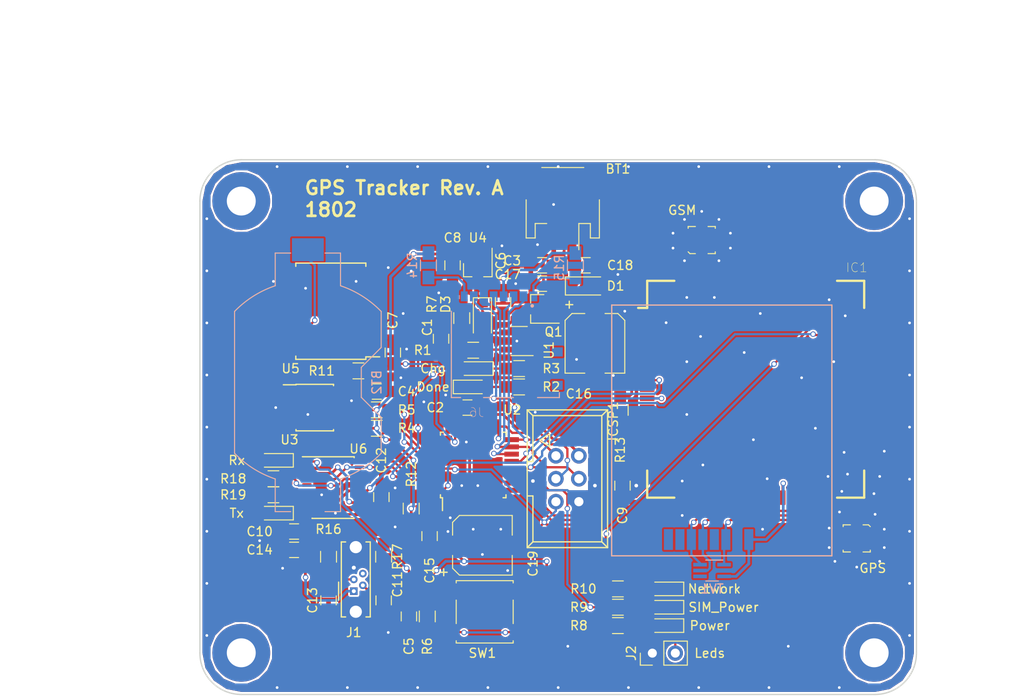
<source format=kicad_pcb>
(kicad_pcb (version 4) (host pcbnew 4.0.7)
  (layers (0 F.Cu signal hide) (31 B.Cu signal) (34 B.Paste user) (35 F.Paste user) (36 B.SilkS user) (37 F.SilkS user) (38 B.Mask user) (39 F.Mask user) (44 Edge.Cuts user))
  (net 0 "")
  (net 1 +BATT)
  (net 2 GND)
  (net 3 "Net-(BT2-Pad1)")
  (net 4 VBUS)
  (net 5 "Net-(C2-Pad1)")
  (net 6 +3V3)
  (net 7 /ARD_RST)
  (net 8 /DTR)
  (net 9 "Net-(C6-Pad1)")
  (net 10 /RTC_PWR)
  (net 11 "Net-(C9-Pad1)")
  (net 12 "Net-(C11-Pad1)")
  (net 13 "Net-(C13-Pad1)")
  (net 14 +2V8)
  (net 15 /SIM808_P)
  (net 16 "Net-(IC1-Pad9)")
  (net 17 /SIM808_RI)
  (net 18 "Net-(IC1-Pad11)")
  (net 19 "Net-(IC1-Pad12)")
  (net 20 "Net-(IC1-Pad13)")
  (net 21 /ARD_HRX)
  (net 22 /ARD_HTX)
  (net 23 "Net-(IC1-Pad19)")
  (net 24 "Net-(IC1-Pad20)")
  (net 25 "Net-(IC1-Pad21)")
  (net 26 "Net-(IC1-Pad22)")
  (net 27 "Net-(IC1-Pad23)")
  (net 28 "Net-(IC1-Pad24)")
  (net 29 "Net-(IC1-Pad25)")
  (net 30 "Net-(IC1-Pad26)")
  (net 31 "Net-(IC1-Pad27)")
  (net 32 +1V8)
  (net 33 /SIMDATA)
  (net 34 /SIMCLK)
  (net 35 /SIMRST)
  (net 36 "Net-(IC1-Pad33)")
  (net 37 "Net-(IC1-Pad37)")
  (net 38 "Net-(IC1-Pad38)")
  (net 39 "Net-(IC1-Pad39)")
  (net 40 "Net-(IC1-Pad41)")
  (net 41 "Net-(IC1-Pad42)")
  (net 42 "Net-(IC1-Pad43)")
  (net 43 "Net-(IC1-Pad44)")
  (net 44 "Net-(IC1-Pad45)")
  (net 45 "Net-(IC1-Pad46)")
  (net 46 "Net-(IC1-Pad47)")
  (net 47 "Net-(IC1-Pad48)")
  (net 48 /SIM808_S)
  (net 49 /NETWORK_LED)
  (net 50 "Net-(IC1-Pad53)")
  (net 51 "Net-(IC1-Pad55)")
  (net 52 "Net-(IC1-Pad56)")
  (net 53 "Net-(IC1-Pad57)")
  (net 54 "Net-(IC1-Pad58)")
  (net 55 "Net-(IC1-Pad59)")
  (net 56 "Net-(IC1-Pad60)")
  (net 57 "Net-(IC1-Pad61)")
  (net 58 "Net-(IC1-Pad62)")
  (net 59 "Net-(IC1-Pad63)")
  (net 60 /ARD_MISO)
  (net 61 /ARD_SCK)
  (net 62 /ARD_MOSI)
  (net 63 "Net-(J1-Pad4)")
  (net 64 "Net-(J2-Pad2)")
  (net 65 "Net-(J3-Pad6)")
  (net 66 "Net-(J6-Pad8)")
  (net 67 /ARD_IO10)
  (net 68 "Net-(J6-Pad1)")
  (net 69 "Net-(R1-Pad1)")
  (net 70 "Net-(R2-Pad2)")
  (net 71 /SDA)
  (net 72 /SCL)
  (net 73 /WAKE_UP)
  (net 74 "Net-(R16-Pad1)")
  (net 75 "Net-(R17-Pad2)")
  (net 76 "Net-(R18-Pad1)")
  (net 77 "Net-(R19-Pad1)")
  (net 78 "Net-(U2-Pad7)")
  (net 79 "Net-(U2-Pad8)")
  (net 80 "Net-(U2-Pad11)")
  (net 81 "Net-(U2-Pad19)")
  (net 82 "Net-(U2-Pad22)")
  (net 83 "Net-(U2-Pad24)")
  (net 84 "Net-(U2-Pad25)")
  (net 85 "Net-(U2-Pad26)")
  (net 86 /ARD_RX)
  (net 87 /ARD_TX)
  (net 88 "Net-(U3-Pad7)")
  (net 89 "Net-(U5-Pad1)")
  (net 90 "Net-(U5-Pad4)")
  (net 91 "Net-(U6-Pad2)")
  (net 92 +3V3_FDTI)
  (net 93 "Net-(U6-Pad5)")
  (net 94 "Net-(U6-Pad7)")
  (net 95 "Net-(U6-Pad8)")
  (net 96 "Net-(U6-Pad18)")
  (net 97 "Net-(U6-Pad19)")
  (net 98 "Net-(LED1-Pad1)")
  (net 99 "Net-(LED2-Pad2)")
  (net 100 "Net-(LED3-Pad2)")
  (net 101 "Net-(LED4-Pad2)")
  (net 102 "Net-(LED5-Pad2)")
  (net 103 "Net-(LED6-Pad2)")
  (net 104 "Net-(LED7-Pad2)")
  (net 105 "Net-(U2-Pad2)")
  (net 106 "Net-(TV1-Pad4)")
  (net 107 +3.3VP)
  (net 108 /GPS)
  (net 109 /GSM)
  (module custom-conn:Via-0.6mm (layer F.Cu) (at 136.398 96.774)
    (fp_text reference VIA** hide)
    (fp_text value Via-0.6mm hide)
    (pad 1 thru_hole circle (at 0 0) (size 0.6 0.6) (drill 0.3) (layers *.Cu) (net 2 GND))
  )
  (module custom-conn:Via-0.6mm (layer F.Cu) (at 122.682 81.153)
    (fp_text reference VIA** hide)
    (fp_text value Via-0.6mm hide)
    (pad 1 thru_hole circle (at 0 0) (size 0.6 0.6) (drill 0.3) (layers *.Cu) (net 2 GND))
  )
  (module 104031-0811:MOLEX_104031-0811 (layer B.Cu) (at 133.096 89.154)
    (fp_text reference J6 (at -3.18735 7.64968) (layer B.SilkS) (effects (font (size 1.0039 1.0039) (thickness 0.05)) (justify mirror)))
    (fp_text value Micro_SD_Card hide)
    (pad 8 smd rect (at -4.545 -5.2) (size 0.75 1.1) (layers B.Cu B.Paste B.Mask) (net 66 "Net-(J6-Pad8)"))
    (pad 7 smd rect (at -3.495 -5.2) (size 0.85 1.1) (layers B.Cu B.Paste B.Mask) (net 60 /ARD_MISO))
    (pad 6 smd rect (at -2.395 -5.2) (size 0.85 1.1) (layers B.Cu B.Paste B.Mask) (net 2 GND))
    (pad 5 smd rect (at -1.295 -5.2) (size 0.85 1.1) (layers B.Cu B.Paste B.Mask) (net 61 /ARD_SCK))
    (pad 4 smd rect (at -0.195 -5.2) (size 0.85 1.1) (layers B.Cu B.Paste B.Mask) (net 6 +3V3))
    (pad 3 smd rect (at 0.905 -5.2) (size 0.85 1.1) (layers B.Cu B.Paste B.Mask) (net 62 /ARD_MOSI))
    (pad 2 smd rect (at 2.005 -5.2) (size 0.875 1.1) (layers B.Cu B.Paste B.Mask) (net 67 /ARD_IO10))
    (pad 1 smd rect (at 3.105 -5.2) (size 0.85 1.1) (layers B.Cu B.Paste B.Mask) (net 68 "Net-(J6-Pad1)"))
    (pad 9 smd rect (at 5.74 0.95) (size 1.2 1) (layers B.Cu B.Paste B.Mask))
    (pad 10 smd rect (at 5.74 4.65) (size 1.2 1) (layers B.Cu B.Paste B.Mask))
    (pad G3 smd rect (at -3.73 5.625) (size 1.9 1.35) (layers B.Cu B.Paste B.Mask) (net 2 GND))
    (pad G4 smd rect (at 2.24 5.625) (size 1.9 1.35) (layers B.Cu B.Paste B.Mask) (net 2 GND))
    (pad G2 smd rect (at -5.755 -4.85) (size 1.17 1.8) (layers B.Cu B.Paste B.Mask) (net 2 GND))
    (pad G1 smd rect (at 5.565 -5.075) (size 1.55 1.35) (layers B.Cu B.Paste B.Mask) (net 2 GND))
  )
  (module custom-conn:Via-0.6mm (layer F.Cu) (at 132.715 78.359)
    (fp_text reference VIA** hide)
    (fp_text value Via-0.6mm hide)
    (pad 1 thru_hole circle (at 0 0) (size 0.6 0.6) (drill 0.3) (layers *.Cu) (net 2 GND))
  )
  (module custom-conn:Via-0.6mm (layer F.Cu) (at 162.052 104.14)
    (fp_text reference VIA** hide)
    (fp_text value Via-0.6mm hide)
    (pad 1 thru_hole circle (at 0 0) (size 0.6 0.6) (drill 0.3) (layers *.Cu) (net 2 GND))
  )
  (module custom-conn:Via-0.6mm (layer F.Cu) (at 161.544 109.728)
    (fp_text reference VIA** hide)
    (fp_text value Via-0.6mm hide)
    (pad 1 thru_hole circle (at 0 0) (size 0.6 0.6) (drill 0.3) (layers *.Cu) (net 2 GND))
  )
  (module acronet:47553-0001 (layer B.Cu) (at 151.13 90.17 90)
    (fp_text reference J3 hide)
    (fp_text value 47553-0001 hide)
    (pad 3 smd rect (at -20.7 3.81 90) (size 2.3 1) (layers B.Cu B.Paste B.Mask) (net 34 /SIMCLK))
    (pad CD1 smd rect (at -20.7 1.27 90) (size 2.3 1) (layers B.Cu B.Paste B.Mask))
    (pad CD2 smd rect (at -20.7 0 90) (size 2.3 1) (layers B.Cu B.Paste B.Mask))
    (pad 2 smd rect (at -20.7 6.35 90) (size 2.3 1) (layers B.Cu B.Paste B.Mask) (net 35 /SIMRST))
    (pad 1 smd rect (at -20.7 8.89 90) (size 2.3 1) (layers B.Cu B.Paste B.Mask) (net 32 +1V8))
    (pad 7 smd rect (at -20.7 2.54 90) (size 2.3 1) (layers B.Cu B.Paste B.Mask) (net 33 /SIMDATA))
    (pad 5 smd rect (at -20.7 7.62 90) (size 2.3 1) (layers B.Cu B.Paste B.Mask) (net 2 GND))
    (pad 6 smd rect (at -20.7 5.08 90) (size 2.3 1) (layers B.Cu B.Paste B.Mask) (net 65 "Net-(J3-Pad6)"))
    (pad GND1 smd rect (at 0 16.18 90) (size 2.95 1.5) (layers B.Cu B.Paste B.Mask) (net 2 GND))
    (pad GND2 smd rect (at 0 -4.37 90) (size 2.95 1.5) (layers B.Cu B.Paste B.Mask) (net 2 GND))
  )
  (module custom-conn:Via-0.6mm (layer F.Cu) (at 175.006 101.092)
    (fp_text reference VIA** hide)
    (fp_text value Via-0.6mm hide)
    (pad 1 thru_hole circle (at 0 0) (size 0.6 0.6) (drill 0.3) (layers *.Cu) (net 2 GND))
  )
  (module custom-conn:Via-0.6mm (layer F.Cu) (at 164.3888 122.682)
    (fp_text reference VIA** hide)
    (fp_text value Via-0.6mm hide)
    (pad 1 thru_hole circle (at 0 0) (size 0.6 0.6) (drill 0.3) (layers *.Cu) (net 2 GND))
  )
  (module custom-conn:Via-0.6mm (layer F.Cu) (at 140.0048 122.682)
    (fp_text reference VIA** hide)
    (fp_text value Via-0.6mm hide)
    (pad 1 thru_hole circle (at 0 0) (size 0.6 0.6) (drill 0.3) (layers *.Cu) (net 2 GND))
  )
  (module custom-conn:Via-0.6mm (layer F.Cu) (at 120.142 121.158)
    (fp_text reference VIA** hide)
    (fp_text value Via-0.6mm hide)
    (pad 1 thru_hole circle (at 0 0) (size 0.6 0.6) (drill 0.3) (layers *.Cu) (net 2 GND))
  )
  (module custom-conn:Via-0.6mm (layer F.Cu) (at 114.3 107.95)
    (fp_text reference VIA** hide)
    (fp_text value Via-0.6mm hide)
    (pad 1 thru_hole circle (at 0 0) (size 0.6 0.6) (drill 0.3) (layers *.Cu) (net 2 GND))
  )
  (module Capacitors_SMD:C_0805_HandSoldering (layer F.Cu) (at 120.65 90.17 90)
    (fp_text reference C7 (at 3.556 0 90) (layer F.SilkS))
    (fp_text value 0.1uF hide)
    (pad 1 smd rect (at -1.25 0 90) (size 1.5 1.25) (layers F.Cu F.Paste F.Mask) (net 10 /RTC_PWR))
    (pad 2 smd rect (at 1.25 0 90) (size 1.5 1.25) (layers F.Cu F.Paste F.Mask) (net 2 GND))
  )
  (module custom-conn:Via-0.6mm (layer F.Cu) (at 175.006 111.76)
    (fp_text reference VIA** hide)
    (fp_text value Via-0.6mm hide)
    (pad 1 thru_hole circle (at 0 0) (size 0.6 0.6) (drill 0.3) (layers *.Cu) (net 2 GND))
  )
  (module custom-conn:Via-0.6mm (layer F.Cu) (at 177.8 121.4882)
    (fp_text reference VIA** hide)
    (fp_text value Via-0.6mm hide)
    (pad 1 thru_hole circle (at 0 0) (size 0.6 0.6) (drill 0.3) (layers *.Cu) (net 2 GND))
  )
  (module custom-conn:Via-0.6mm (layer F.Cu) (at 177.8 115.7224)
    (fp_text reference VIA** hide)
    (fp_text value Via-0.6mm hide)
    (pad 1 thru_hole circle (at 0 0) (size 0.6 0.6) (drill 0.3) (layers *.Cu) (net 2 GND))
  )
  (module custom-conn:Via-0.6mm (layer F.Cu) (at 177.8 109.9566)
    (fp_text reference VIA** hide)
    (fp_text value Via-0.6mm hide)
    (pad 1 thru_hole circle (at 0 0) (size 0.6 0.6) (drill 0.3) (layers *.Cu) (net 2 GND))
  )
  (module custom-conn:Via-0.6mm (layer F.Cu) (at 177.8 104.1908)
    (fp_text reference VIA** hide)
    (fp_text value Via-0.6mm hide)
    (pad 1 thru_hole circle (at 0 0) (size 0.6 0.6) (drill 0.3) (layers *.Cu) (net 2 GND))
  )
  (module custom-conn:Via-0.6mm (layer F.Cu) (at 177.8 98.425)
    (fp_text reference VIA** hide)
    (fp_text value Via-0.6mm hide)
    (pad 1 thru_hole circle (at 0 0) (size 0.6 0.6) (drill 0.3) (layers *.Cu) (net 2 GND))
  )
  (module custom-conn:Via-0.6mm (layer F.Cu) (at 177.8 92.6592)
    (fp_text reference VIA** hide)
    (fp_text value Via-0.6mm hide)
    (pad 1 thru_hole circle (at 0 0) (size 0.6 0.6) (drill 0.3) (layers *.Cu) (net 2 GND))
  )
  (module custom-conn:Via-0.6mm (layer F.Cu) (at 177.8 86.8934)
    (fp_text reference VIA** hide)
    (fp_text value Via-0.6mm hide)
    (pad 1 thru_hole circle (at 0 0) (size 0.6 0.6) (drill 0.3) (layers *.Cu) (net 2 GND))
  )
  (module custom-conn:Via-0.6mm (layer F.Cu) (at 177.8 81.1276)
    (fp_text reference VIA** hide)
    (fp_text value Via-0.6mm hide)
    (pad 1 thru_hole circle (at 0 0) (size 0.6 0.6) (drill 0.3) (layers *.Cu) (net 2 GND))
  )
  (module custom-conn:Via-0.6mm (layer F.Cu) (at 177.8 75.3618)
    (fp_text reference VIA** hide)
    (fp_text value Via-0.6mm hide)
    (pad 1 thru_hole circle (at 0 0) (size 0.6 0.6) (drill 0.3) (layers *.Cu) (net 2 GND))
  )
  (module custom-conn:Via-0.6mm (layer F.Cu) (at 170.0276 127.254)
    (fp_text reference VIA** hide)
    (fp_text value Via-0.6mm hide)
    (pad 1 thru_hole circle (at 0 0) (size 0.6 0.6) (drill 0.3) (layers *.Cu) (net 2 GND))
  )
  (module custom-conn:Via-0.6mm (layer F.Cu) (at 162.2552 127.254)
    (fp_text reference VIA** hide)
    (fp_text value Via-0.6mm hide)
    (pad 1 thru_hole circle (at 0 0) (size 0.6 0.6) (drill 0.3) (layers *.Cu) (net 2 GND))
  )
  (module custom-conn:Via-0.6mm (layer F.Cu) (at 154.4828 127.254)
    (fp_text reference VIA** hide)
    (fp_text value Via-0.6mm hide)
    (pad 1 thru_hole circle (at 0 0) (size 0.6 0.6) (drill 0.3) (layers *.Cu) (net 2 GND))
  )
  (module custom-conn:Via-0.6mm (layer F.Cu) (at 146.7104 127.254)
    (fp_text reference VIA** hide)
    (fp_text value Via-0.6mm hide)
    (pad 1 thru_hole circle (at 0 0) (size 0.6 0.6) (drill 0.3) (layers *.Cu) (net 2 GND))
  )
  (module custom-conn:Via-0.6mm (layer F.Cu) (at 138.938 127.254)
    (fp_text reference VIA** hide)
    (fp_text value Via-0.6mm hide)
    (pad 1 thru_hole circle (at 0 0) (size 0.6 0.6) (drill 0.3) (layers *.Cu) (net 2 GND))
  )
  (module custom-conn:Via-0.6mm (layer F.Cu) (at 131.1656 127.254)
    (fp_text reference VIA** hide)
    (fp_text value Via-0.6mm hide)
    (pad 1 thru_hole circle (at 0 0) (size 0.6 0.6) (drill 0.3) (layers *.Cu) (net 2 GND))
  )
  (module custom-conn:Via-0.6mm (layer F.Cu) (at 123.3932 127.254)
    (fp_text reference VIA** hide)
    (fp_text value Via-0.6mm hide)
    (pad 1 thru_hole circle (at 0 0) (size 0.6 0.6) (drill 0.3) (layers *.Cu) (net 2 GND))
  )
  (module custom-conn:Via-0.6mm (layer F.Cu) (at 115.6208 127.254)
    (fp_text reference VIA** hide)
    (fp_text value Via-0.6mm hide)
    (pad 1 thru_hole circle (at 0 0) (size 0.6 0.6) (drill 0.3) (layers *.Cu) (net 2 GND))
  )
  (module custom-conn:Via-0.6mm (layer F.Cu) (at 107.8484 127.254)
    (fp_text reference VIA** hide)
    (fp_text value Via-0.6mm hide)
    (pad 1 thru_hole circle (at 0 0) (size 0.6 0.6) (drill 0.3) (layers *.Cu) (net 2 GND))
  )
  (module custom-conn:Via-0.6mm (layer F.Cu) (at 100.076 121.4882)
    (fp_text reference VIA** hide)
    (fp_text value Via-0.6mm hide)
    (pad 1 thru_hole circle (at 0 0) (size 0.6 0.6) (drill 0.3) (layers *.Cu) (net 2 GND))
  )
  (module custom-conn:Via-0.6mm (layer F.Cu) (at 100.076 115.7224)
    (fp_text reference VIA** hide)
    (fp_text value Via-0.6mm hide)
    (pad 1 thru_hole circle (at 0 0) (size 0.6 0.6) (drill 0.3) (layers *.Cu) (net 2 GND))
  )
  (module custom-conn:Via-0.6mm (layer F.Cu) (at 100.076 109.9566)
    (fp_text reference VIA** hide)
    (fp_text value Via-0.6mm hide)
    (pad 1 thru_hole circle (at 0 0) (size 0.6 0.6) (drill 0.3) (layers *.Cu) (net 2 GND))
  )
  (module custom-conn:Via-0.6mm (layer F.Cu) (at 100.076 104.1908)
    (fp_text reference VIA** hide)
    (fp_text value Via-0.6mm hide)
    (pad 1 thru_hole circle (at 0 0) (size 0.6 0.6) (drill 0.3) (layers *.Cu) (net 2 GND))
  )
  (module custom-conn:Via-0.6mm (layer F.Cu) (at 100.076 98.425)
    (fp_text reference VIA** hide)
    (fp_text value Via-0.6mm hide)
    (pad 1 thru_hole circle (at 0 0) (size 0.6 0.6) (drill 0.3) (layers *.Cu) (net 2 GND))
  )
  (module custom-conn:Via-0.6mm (layer F.Cu) (at 100.076 92.6592)
    (fp_text reference VIA** hide)
    (fp_text value Via-0.6mm hide)
    (pad 1 thru_hole circle (at 0 0) (size 0.6 0.6) (drill 0.3) (layers *.Cu) (net 2 GND))
  )
  (module custom-conn:Via-0.6mm (layer F.Cu) (at 100.076 86.8934)
    (fp_text reference VIA** hide)
    (fp_text value Via-0.6mm hide)
    (pad 1 thru_hole circle (at 0 0) (size 0.6 0.6) (drill 0.3) (layers *.Cu) (net 2 GND))
  )
  (module custom-conn:Via-0.6mm (layer F.Cu) (at 100.076 81.1276)
    (fp_text reference VIA** hide)
    (fp_text value Via-0.6mm hide)
    (pad 1 thru_hole circle (at 0 0) (size 0.6 0.6) (drill 0.3) (layers *.Cu) (net 2 GND))
  )
  (module custom-conn:Via-0.6mm (layer F.Cu) (at 100.076 75.3618)
    (fp_text reference VIA** hide)
    (fp_text value Via-0.6mm hide)
    (pad 1 thru_hole circle (at 0 0) (size 0.6 0.6) (drill 0.3) (layers *.Cu) (net 2 GND))
  )
  (module custom-conn:Via-0.6mm (layer F.Cu) (at 170.0276 69.596)
    (fp_text reference VIA** hide)
    (fp_text value Via-0.6mm hide)
    (pad 1 thru_hole circle (at 0 0) (size 0.6 0.6) (drill 0.3) (layers *.Cu) (net 2 GND))
  )
  (module custom-conn:Via-0.6mm (layer F.Cu) (at 162.2552 69.596)
    (fp_text reference VIA** hide)
    (fp_text value Via-0.6mm hide)
    (pad 1 thru_hole circle (at 0 0) (size 0.6 0.6) (drill 0.3) (layers *.Cu) (net 2 GND))
  )
  (module custom-conn:Via-0.6mm (layer F.Cu) (at 154.4828 69.596)
    (fp_text reference VIA** hide)
    (fp_text value Via-0.6mm hide)
    (pad 1 thru_hole circle (at 0 0) (size 0.6 0.6) (drill 0.3) (layers *.Cu) (net 2 GND))
  )
  (module custom-conn:Via-0.6mm (layer F.Cu) (at 146.7104 69.596)
    (fp_text reference VIA** hide)
    (fp_text value Via-0.6mm hide)
    (pad 1 thru_hole circle (at 0 0) (size 0.6 0.6) (drill 0.3) (layers *.Cu) (net 2 GND))
  )
  (module custom-conn:Via-0.6mm (layer F.Cu) (at 138.938 69.596)
    (fp_text reference VIA** hide)
    (fp_text value Via-0.6mm hide)
    (pad 1 thru_hole circle (at 0 0) (size 0.6 0.6) (drill 0.3) (layers *.Cu) (net 2 GND))
  )
  (module custom-conn:Via-0.6mm (layer F.Cu) (at 131.1656 69.596)
    (fp_text reference VIA** hide)
    (fp_text value Via-0.6mm hide)
    (pad 1 thru_hole circle (at 0 0) (size 0.6 0.6) (drill 0.3) (layers *.Cu) (net 2 GND))
  )
  (module custom-conn:Via-0.6mm (layer F.Cu) (at 123.3932 69.596)
    (fp_text reference VIA** hide)
    (fp_text value Via-0.6mm hide)
    (pad 1 thru_hole circle (at 0 0) (size 0.6 0.6) (drill 0.3) (layers *.Cu) (net 2 GND))
  )
  (module custom-conn:Via-0.6mm (layer F.Cu) (at 115.6208 69.596)
    (fp_text reference VIA** hide)
    (fp_text value Via-0.6mm hide)
    (pad 1 thru_hole circle (at 0 0) (size 0.6 0.6) (drill 0.3) (layers *.Cu) (net 2 GND))
  )
  (module custom-conn:Via-0.6mm (layer F.Cu) (at 107.8484 69.596)
    (fp_text reference VIA** hide)
    (fp_text value Via-0.6mm hide)
    (pad 1 thru_hole circle (at 0 0) (size 0.6 0.6) (drill 0.3) (layers *.Cu) (net 2 GND))
  )
  (module Mounting_Holes:MountingHole_3.2mm_M3_Pad (layer F.Cu) (at 173.886 123.406)
    (fp_text reference REF** hide)
    (fp_text value MountingHole_3.2mm_M3_Pad hide)
    (pad 1 thru_hole circle (at 0 0) (size 6.4 6.4) (drill 3.2) (layers *.Cu *.Mask))
  )
  (module Mounting_Holes:MountingHole_3.2mm_M3_Pad (layer F.Cu) (at 103.886 123.406)
    (fp_text reference REF** hide)
    (fp_text value MountingHole_3.2mm_M3_Pad hide)
    (pad 1 thru_hole circle (at 0 0) (size 6.4 6.4) (drill 3.2) (layers *.Cu *.Mask))
  )
  (module Mounting_Holes:MountingHole_3.2mm_M3_Pad (layer F.Cu) (at 173.886 73.406)
    (fp_text reference REF** hide)
    (fp_text value MountingHole_3.2mm_M3_Pad hide)
    (pad 1 thru_hole circle (at 0 0) (size 6.4 6.4) (drill 3.2) (layers *.Cu *.Mask))
  )
  (module Mounting_Holes:MountingHole_3.2mm_M3_Pad (layer F.Cu) (at 103.886 73.406)
    (fp_text reference REF** hide)
    (fp_text value MountingHole_3.2mm_M3_Pad hide)
    (pad 1 thru_hole circle (at 0 0) (size 6.4 6.4) (drill 3.2) (layers *.Cu *.Mask))
  )
  (module custom-conn:Via-0.6mm (layer F.Cu) (at 134.366 88.9)
    (fp_text reference VIA** hide)
    (fp_text value Via-0.6mm hide)
    (pad 1 thru_hole circle (at 0 0) (size 0.6 0.6) (drill 0.3) (layers *.Cu) (net 2 GND))
  )
  (module custom-conn:Via-0.6mm (layer F.Cu) (at 121.539 92.964)
    (fp_text reference VIA** hide)
    (fp_text value Via-0.6mm hide)
    (pad 1 thru_hole circle (at 0 0) (size 0.6 0.6) (drill 0.3) (layers *.Cu) (net 2 GND))
  )
  (module custom-conn:Via-0.6mm (layer F.Cu) (at 124.079 95.631)
    (fp_text reference VIA** hide)
    (fp_text value Via-0.6mm hide)
    (pad 1 thru_hole circle (at 0 0) (size 0.6 0.6) (drill 0.3) (layers *.Cu) (net 2 GND))
  )
  (module custom-conn:Via-0.6mm (layer F.Cu) (at 121.793 85.852)
    (fp_text reference VIA** hide)
    (fp_text value Via-0.6mm hide)
    (pad 1 thru_hole circle (at 0 0) (size 0.6 0.6) (drill 0.3) (layers *.Cu) (net 2 GND))
  )
  (module custom-conn:Via-0.6mm (layer F.Cu) (at 122.174 89.789)
    (fp_text reference VIA** hide)
    (fp_text value Via-0.6mm hide)
    (pad 1 thru_hole circle (at 0 0) (size 0.6 0.6) (drill 0.3) (layers *.Cu) (net 2 GND))
  )
  (module custom-conn:Via-0.6mm (layer F.Cu) (at 126.492 94.869)
    (fp_text reference VIA** hide)
    (fp_text value Via-0.6mm hide)
    (pad 1 thru_hole circle (at 0 0) (size 0.6 0.6) (drill 0.3) (layers *.Cu) (net 2 GND))
  )
  (module custom-conn:Via-0.6mm (layer F.Cu) (at 116.078 95.504)
    (fp_text reference VIA** hide)
    (fp_text value Via-0.6mm hide)
    (pad 1 thru_hole circle (at 0 0) (size 0.6 0.6) (drill 0.3) (layers *.Cu) (net 2 GND))
  )
  (module custom-conn:Via-0.6mm (layer F.Cu) (at 126.746 109.982)
    (fp_text reference VIA** hide)
    (fp_text value Via-0.6mm hide)
    (pad 1 thru_hole circle (at 0 0) (size 0.6 0.6) (drill 0.3) (layers *.Cu) (net 2 GND))
  )
  (module custom-conn:Via-0.6mm (layer F.Cu) (at 154.94 102.616)
    (fp_text reference VIA** hide)
    (fp_text value Via-0.6mm hide)
    (pad 1 thru_hole circle (at 0 0) (size 0.6 0.6) (drill 0.3) (layers *.Cu) (net 2 GND))
  )
  (module custom-conn:Via-0.6mm (layer F.Cu) (at 169.418 91.186)
    (fp_text reference VIA** hide)
    (fp_text value Via-0.6mm hide)
    (pad 1 thru_hole circle (at 0 0) (size 0.6 0.6) (drill 0.3) (layers *.Cu) (net 2 GND))
  )
  (module custom-conn:Via-0.6mm (layer F.Cu) (at 153.162 91.186)
    (fp_text reference VIA** hide)
    (fp_text value Via-0.6mm hide)
    (pad 1 thru_hole circle (at 0 0) (size 0.6 0.6) (drill 0.3) (layers *.Cu) (net 2 GND))
  )
  (module custom-conn:Via-0.6mm (layer F.Cu) (at 154.686 88.392)
    (fp_text reference VIA** hide)
    (fp_text value Via-0.6mm hide)
    (pad 1 thru_hole circle (at 0 0) (size 0.6 0.6) (drill 0.3) (layers *.Cu) (net 2 GND))
  )
  (module custom-conn:Via-0.6mm (layer F.Cu) (at 161.29 85.852)
    (fp_text reference VIA** hide)
    (fp_text value Via-0.6mm hide)
    (pad 1 thru_hole circle (at 0 0) (size 0.6 0.6) (drill 0.3) (layers *.Cu) (net 2 GND))
  )
  (module custom-conn:Via-0.6mm (layer F.Cu) (at 167.386 98.552)
    (fp_text reference VIA** hide)
    (fp_text value Via-0.6mm hide)
    (pad 1 thru_hole circle (at 0 0) (size 0.6 0.6) (drill 0.3) (layers *.Cu) (net 2 GND))
  )
  (module custom-conn:Via-0.6mm (layer F.Cu) (at 159.512 90.17)
    (fp_text reference VIA** hide)
    (fp_text value Via-0.6mm hide)
    (pad 1 thru_hole circle (at 0 0) (size 0.6 0.6) (drill 0.3) (layers *.Cu) (net 2 GND))
  )
  (module custom-conn:Via-0.6mm (layer F.Cu) (at 153.162 97.028)
    (fp_text reference VIA** hide)
    (fp_text value Via-0.6mm hide)
    (pad 1 thru_hole circle (at 0 0) (size 0.6 0.6) (drill 0.3) (layers *.Cu) (net 2 GND))
  )
  (module custom-conn:Via-0.6mm (layer F.Cu) (at 165.862 92.964)
    (fp_text reference VIA** hide)
    (fp_text value Via-0.6mm hide)
    (pad 1 thru_hole circle (at 0 0) (size 0.6 0.6) (drill 0.3) (layers *.Cu) (net 2 GND))
  )
  (module custom-conn:Via-0.6mm (layer F.Cu) (at 160.528 99.822)
    (fp_text reference VIA** hide)
    (fp_text value Via-0.6mm hide)
    (pad 1 thru_hole circle (at 0 0) (size 0.6 0.6) (drill 0.3) (layers *.Cu) (net 2 GND))
  )
  (module custom-conn:Via-0.6mm (layer F.Cu) (at 157.988 78.613)
    (fp_text reference VIA** hide)
    (fp_text value Via-0.6mm hide)
    (pad 1 thru_hole circle (at 0 0) (size 0.6 0.6) (drill 0.3) (layers *.Cu) (net 2 GND))
  )
  (module custom-conn:Via-0.6mm (layer F.Cu) (at 151.638 78.613)
    (fp_text reference VIA** hide)
    (fp_text value Via-0.6mm hide)
    (pad 1 thru_hole circle (at 0 0) (size 0.6 0.6) (drill 0.3) (layers *.Cu) (net 2 GND))
  )
  (module Connectors_Molex:Molex_Microcoaxial_RF (layer F.Cu) (at 171.958 110.744 180)
    (fp_text reference J4 hide)
    (fp_text value CONN_COAXIAL hide)
    (pad 2 smd rect (at -1.475 0 180) (size 1.05 2.2) (layers F.Cu F.Paste F.Mask) (net 2 GND))
    (pad 2 smd rect (at 1.475 0 180) (size 1.05 2.2) (layers F.Cu F.Paste F.Mask) (net 2 GND))
    (pad 2 smd rect (at 0 -1.5 180) (size 1 1) (layers F.Cu F.Paste F.Mask) (net 2 GND))
    (pad 1 smd rect (at 0 1.5 180) (size 1 1) (layers F.Cu F.Paste F.Mask) (net 108 /GPS))
  )
  (module custom-conn:Via-0.6mm (layer F.Cu) (at 175.006 109.728)
    (fp_text reference VIA** hide)
    (fp_text value Via-0.6mm hide)
    (pad 1 thru_hole circle (at 0 0) (size 0.6 0.6) (drill 0.3) (layers *.Cu) (net 2 GND))
  )
  (module custom-conn:Via-0.6mm (layer F.Cu) (at 173.863 105.791)
    (fp_text reference VIA** hide)
    (fp_text value Via-0.6mm hide)
    (pad 1 thru_hole circle (at 0 0) (size 0.6 0.6) (drill 0.3) (layers *.Cu) (net 2 GND))
  )
  (module custom-conn:Via-0.6mm (layer F.Cu) (at 170.307 105.537)
    (fp_text reference VIA** hide)
    (fp_text value Via-0.6mm hide)
    (pad 1 thru_hole circle (at 0 0) (size 0.6 0.6) (drill 0.3) (layers *.Cu) (net 2 GND))
  )
  (module custom-conn:Via-0.6mm (layer F.Cu) (at 168.91 109.601)
    (fp_text reference VIA** hide)
    (fp_text value Via-0.6mm hide)
    (pad 1 thru_hole circle (at 0 0) (size 0.6 0.6) (drill 0.3) (layers *.Cu) (net 2 GND))
  )
  (module custom-conn:Via-0.6mm (layer F.Cu) (at 170.942 103.632)
    (fp_text reference VIA** hide)
    (fp_text value Via-0.6mm hide)
    (pad 1 thru_hole circle (at 0 0) (size 0.6 0.6) (drill 0.3) (layers *.Cu) (net 2 GND))
  )
  (module custom-conn:Via-0.6mm (layer F.Cu) (at 174.498 103.886)
    (fp_text reference VIA** hide)
    (fp_text value Via-0.6mm hide)
    (pad 1 thru_hole circle (at 0 0) (size 0.6 0.6) (drill 0.3) (layers *.Cu) (net 2 GND))
  )
  (module custom-conn:Via-0.6mm (layer F.Cu) (at 173.99 108.077)
    (fp_text reference VIA** hide)
    (fp_text value Via-0.6mm hide)
    (pad 1 thru_hole circle (at 0 0) (size 0.6 0.6) (drill 0.3) (layers *.Cu) (net 2 GND))
  )
  (module custom-conn:Via-0.6mm (layer F.Cu) (at 174.498 113.284)
    (fp_text reference VIA** hide)
    (fp_text value Via-0.6mm hide)
    (pad 1 thru_hole circle (at 0 0) (size 0.6 0.6) (drill 0.3) (layers *.Cu) (net 2 GND))
  )
  (module custom-conn:Via-0.6mm (layer F.Cu) (at 169.545 113.284)
    (fp_text reference VIA** hide)
    (fp_text value Via-0.6mm hide)
    (pad 1 thru_hole circle (at 0 0) (size 0.6 0.6) (drill 0.3) (layers *.Cu) (net 2 GND))
  )
  (module custom-conn:Via-0.6mm (layer F.Cu) (at 168.783 103.886)
    (fp_text reference VIA** hide)
    (fp_text value Via-0.6mm hide)
    (pad 1 thru_hole circle (at 0 0) (size 0.6 0.6) (drill 0.3) (layers *.Cu) (net 2 GND))
  )
  (module custom-conn:Via-0.6mm (layer F.Cu) (at 154.813 74.549)
    (fp_text reference VIA** hide)
    (fp_text value Via-0.6mm hide)
    (pad 1 thru_hole circle (at 0 0) (size 0.6 0.6) (drill 0.3) (layers *.Cu) (net 2 GND))
  )
  (module custom-conn:Via-0.6mm (layer F.Cu) (at 152.908 75.438)
    (fp_text reference VIA** hide)
    (fp_text value Via-0.6mm hide)
    (pad 1 thru_hole circle (at 0 0) (size 0.6 0.6) (drill 0.3) (layers *.Cu) (net 2 GND))
  )
  (module SIM808:QFN100P2400X2400X260-68N (layer F.Cu) (at 160.782 94.234)
    (fp_text reference IC1 (at 11.176 -13.462) (layer F.SilkS) (effects (font (size 1.00176 1.00176) (thickness 0.05))))
    (fp_text value SIM808 hide)
    (pad 1 smd rect (at -12 -8) (size 1.6 0.6) (layers F.Cu F.Paste F.Mask) (net 2 GND))
    (pad 2 smd rect (at -12 -7) (size 1.6 0.6) (layers F.Cu F.Paste F.Mask) (net 2 GND))
    (pad 3 smd rect (at -12 -6) (size 1.6 0.6) (layers F.Cu F.Paste F.Mask) (net 2 GND))
    (pad 4 smd rect (at -12 -5) (size 1.6 0.6) (layers F.Cu F.Paste F.Mask) (net 1 +BATT))
    (pad 5 smd rect (at -12 -4) (size 1.6 0.6) (layers F.Cu F.Paste F.Mask) (net 1 +BATT))
    (pad 6 smd rect (at -12 -3) (size 1.6 0.6) (layers F.Cu F.Paste F.Mask) (net 1 +BATT))
    (pad 7 smd rect (at -12 -2) (size 1.6 0.6) (layers F.Cu F.Paste F.Mask) (net 14 +2V8))
    (pad 8 smd rect (at -12 -1) (size 1.6 0.6) (layers F.Cu F.Paste F.Mask) (net 15 /SIM808_P))
    (pad 9 smd rect (at -12 0) (size 1.6 0.6) (layers F.Cu F.Paste F.Mask) (net 16 "Net-(IC1-Pad9)"))
    (pad 10 smd rect (at -12 1) (size 1.6 0.6) (layers F.Cu F.Paste F.Mask) (net 17 /SIM808_RI))
    (pad 11 smd rect (at -12 2) (size 1.6 0.6) (layers F.Cu F.Paste F.Mask) (net 18 "Net-(IC1-Pad11)"))
    (pad 12 smd rect (at -12 3) (size 1.6 0.6) (layers F.Cu F.Paste F.Mask) (net 19 "Net-(IC1-Pad12)"))
    (pad 13 smd rect (at -12 4) (size 1.6 0.6) (layers F.Cu F.Paste F.Mask) (net 20 "Net-(IC1-Pad13)"))
    (pad 14 smd rect (at -12 5) (size 1.6 0.6) (layers F.Cu F.Paste F.Mask) (net 21 /ARD_HRX))
    (pad 15 smd rect (at -12 6) (size 1.6 0.6) (layers F.Cu F.Paste F.Mask) (net 22 /ARD_HTX))
    (pad 16 smd rect (at -12 7) (size 1.6 0.6) (layers F.Cu F.Paste F.Mask) (net 7 /ARD_RST))
    (pad 17 smd rect (at -12 8) (size 1.6 0.6) (layers F.Cu F.Paste F.Mask) (net 11 "Net-(C9-Pad1)"))
    (pad 18 smd rect (at -8 12 90) (size 1.6 0.6) (layers F.Cu F.Paste F.Mask) (net 2 GND))
    (pad 19 smd rect (at -7 12 90) (size 1.6 0.6) (layers F.Cu F.Paste F.Mask) (net 23 "Net-(IC1-Pad19)"))
    (pad 20 smd rect (at -6 12 90) (size 1.6 0.6) (layers F.Cu F.Paste F.Mask) (net 24 "Net-(IC1-Pad20)"))
    (pad 21 smd rect (at -5 12 90) (size 1.6 0.6) (layers F.Cu F.Paste F.Mask) (net 25 "Net-(IC1-Pad21)"))
    (pad 22 smd rect (at -4 12 90) (size 1.6 0.6) (layers F.Cu F.Paste F.Mask) (net 26 "Net-(IC1-Pad22)"))
    (pad 23 smd rect (at -3 12 90) (size 1.6 0.6) (layers F.Cu F.Paste F.Mask) (net 27 "Net-(IC1-Pad23)"))
    (pad 24 smd rect (at -2 12 90) (size 1.6 0.6) (layers F.Cu F.Paste F.Mask) (net 28 "Net-(IC1-Pad24)"))
    (pad 25 smd rect (at -1 12 90) (size 1.6 0.6) (layers F.Cu F.Paste F.Mask) (net 29 "Net-(IC1-Pad25)"))
    (pad 26 smd rect (at 0 12 90) (size 1.6 0.6) (layers F.Cu F.Paste F.Mask) (net 30 "Net-(IC1-Pad26)"))
    (pad 27 smd rect (at 1 12 90) (size 1.6 0.6) (layers F.Cu F.Paste F.Mask) (net 31 "Net-(IC1-Pad27)"))
    (pad 28 smd rect (at 2 12 90) (size 1.6 0.6) (layers F.Cu F.Paste F.Mask) (net 2 GND))
    (pad 29 smd rect (at 3 12 90) (size 1.6 0.6) (layers F.Cu F.Paste F.Mask) (net 32 +1V8))
    (pad 30 smd rect (at 4 12 90) (size 1.6 0.6) (layers F.Cu F.Paste F.Mask) (net 33 /SIMDATA))
    (pad 31 smd rect (at 5 12 90) (size 1.6 0.6) (layers F.Cu F.Paste F.Mask) (net 34 /SIMCLK))
    (pad 32 smd rect (at 6 12 90) (size 1.6 0.6) (layers F.Cu F.Paste F.Mask) (net 35 /SIMRST))
    (pad 33 smd rect (at 7 12 90) (size 1.6 0.6) (layers F.Cu F.Paste F.Mask) (net 36 "Net-(IC1-Pad33)"))
    (pad 34 smd rect (at 8 12 90) (size 1.6 0.6) (layers F.Cu F.Paste F.Mask) (net 2 GND))
    (pad 35 smd rect (at 12 8 180) (size 1.6 0.6) (layers F.Cu F.Paste F.Mask) (net 108 /GPS))
    (pad 36 smd rect (at 12 7 180) (size 1.6 0.6) (layers F.Cu F.Paste F.Mask) (net 2 GND))
    (pad 37 smd rect (at 12 6 180) (size 1.6 0.6) (layers F.Cu F.Paste F.Mask) (net 37 "Net-(IC1-Pad37)"))
    (pad 38 smd rect (at 12 5 180) (size 1.6 0.6) (layers F.Cu F.Paste F.Mask) (net 38 "Net-(IC1-Pad38)"))
    (pad 39 smd rect (at 12 4 180) (size 1.6 0.6) (layers F.Cu F.Paste F.Mask) (net 39 "Net-(IC1-Pad39)"))
    (pad 40 smd rect (at 12 3 180) (size 1.6 0.6) (layers F.Cu F.Paste F.Mask) (net 2 GND))
    (pad 41 smd rect (at 12 2 180) (size 1.6 0.6) (layers F.Cu F.Paste F.Mask) (net 40 "Net-(IC1-Pad41)"))
    (pad 42 smd rect (at 12 1 180) (size 1.6 0.6) (layers F.Cu F.Paste F.Mask) (net 41 "Net-(IC1-Pad42)"))
    (pad 43 smd rect (at 12 0 180) (size 1.6 0.6) (layers F.Cu F.Paste F.Mask) (net 42 "Net-(IC1-Pad43)"))
    (pad 44 smd rect (at 12 -1 180) (size 1.6 0.6) (layers F.Cu F.Paste F.Mask) (net 43 "Net-(IC1-Pad44)"))
    (pad 45 smd rect (at 12 -2 180) (size 1.6 0.6) (layers F.Cu F.Paste F.Mask) (net 44 "Net-(IC1-Pad45)"))
    (pad 46 smd rect (at 12 -3 180) (size 1.6 0.6) (layers F.Cu F.Paste F.Mask) (net 45 "Net-(IC1-Pad46)"))
    (pad 47 smd rect (at 12 -4 180) (size 1.6 0.6) (layers F.Cu F.Paste F.Mask) (net 46 "Net-(IC1-Pad47)"))
    (pad 48 smd rect (at 12 -5 180) (size 1.6 0.6) (layers F.Cu F.Paste F.Mask) (net 47 "Net-(IC1-Pad48)"))
    (pad 49 smd rect (at 12 -6 180) (size 1.6 0.6) (layers F.Cu F.Paste F.Mask) (net 48 /SIM808_S))
    (pad 50 smd rect (at 12 -7 180) (size 1.6 0.6) (layers F.Cu F.Paste F.Mask) (net 49 /NETWORK_LED))
    (pad 51 smd rect (at 12 -8 180) (size 1.6 0.6) (layers F.Cu F.Paste F.Mask) (net 2 GND))
    (pad 52 smd rect (at 8 -12 270) (size 1.6 0.6) (layers F.Cu F.Paste F.Mask) (net 2 GND))
    (pad 53 smd rect (at 7 -12 270) (size 1.6 0.6) (layers F.Cu F.Paste F.Mask) (net 50 "Net-(IC1-Pad53)"))
    (pad 54 smd rect (at 6 -12 270) (size 1.6 0.6) (layers F.Cu F.Paste F.Mask) (net 2 GND))
    (pad 55 smd rect (at 5 -12 270) (size 1.6 0.6) (layers F.Cu F.Paste F.Mask) (net 51 "Net-(IC1-Pad55)"))
    (pad 56 smd rect (at 4 -12 270) (size 1.6 0.6) (layers F.Cu F.Paste F.Mask) (net 52 "Net-(IC1-Pad56)"))
    (pad 57 smd rect (at 3 -12 270) (size 1.6 0.6) (layers F.Cu F.Paste F.Mask) (net 53 "Net-(IC1-Pad57)"))
    (pad 58 smd rect (at 2 -12 270) (size 1.6 0.6) (layers F.Cu F.Paste F.Mask) (net 54 "Net-(IC1-Pad58)"))
    (pad 59 smd rect (at 1 -12 270) (size 1.6 0.6) (layers F.Cu F.Paste F.Mask) (net 55 "Net-(IC1-Pad59)"))
    (pad 60 smd rect (at 0 -12 270) (size 1.6 0.6) (layers F.Cu F.Paste F.Mask) (net 56 "Net-(IC1-Pad60)"))
    (pad 61 smd rect (at -1 -12 270) (size 1.6 0.6) (layers F.Cu F.Paste F.Mask) (net 57 "Net-(IC1-Pad61)"))
    (pad 62 smd rect (at -2 -12 270) (size 1.6 0.6) (layers F.Cu F.Paste F.Mask) (net 58 "Net-(IC1-Pad62)"))
    (pad 63 smd rect (at -3 -12 270) (size 1.6 0.6) (layers F.Cu F.Paste F.Mask) (net 59 "Net-(IC1-Pad63)"))
    (pad 64 smd rect (at -4 -12 270) (size 1.6 0.6) (layers F.Cu F.Paste F.Mask) (net 2 GND))
    (pad 65 smd rect (at -5 -12 270) (size 1.6 0.6) (layers F.Cu F.Paste F.Mask) (net 2 GND))
    (pad 66 smd rect (at -6 -12 270) (size 1.6 0.6) (layers F.Cu F.Paste F.Mask) (net 109 /GSM))
    (pad 67 smd rect (at -7 -12 270) (size 1.6 0.6) (layers F.Cu F.Paste F.Mask) (net 2 GND))
    (pad 68 smd rect (at -8 -12 270) (size 1.6 0.6) (layers F.Cu F.Paste F.Mask) (net 2 GND))
  )
  (module custom-conn:Via-0.6mm (layer F.Cu) (at 133.35 114.3)
    (fp_text reference VIA** hide)
    (fp_text value Via-0.6mm hide)
    (pad 1 thru_hole circle (at 0 0) (size 0.6 0.6) (drill 0.3) (layers *.Cu) (net 2 GND))
  )
  (module custom-conn:Via-0.6mm (layer F.Cu) (at 138.43 73.787)
    (fp_text reference VIA** hide)
    (fp_text value Via-0.6mm hide)
    (pad 1 thru_hole circle (at 0 0) (size 0.6 0.6) (drill 0.3) (layers *.Cu) (net 2 GND))
  )
  (module custom-conn:Via-0.6mm (layer F.Cu) (at 136.652 78.232)
    (fp_text reference VIA** hide)
    (fp_text value Via-0.6mm hide)
    (pad 1 thru_hole circle (at 0 0) (size 0.6 0.6) (drill 0.3) (layers *.Cu) (net 2 GND))
  )
  (module custom-conn:Via-0.6mm (layer F.Cu) (at 130.048 104.902)
    (fp_text reference VIA** hide)
    (fp_text value Via-0.6mm hide)
    (pad 1 thru_hole circle (at 0 0) (size 0.6 0.6) (drill 0.3) (layers *.Cu) (net 2 GND))
  )
  (module custom-conn:Via-0.6mm (layer F.Cu) (at 128.27 104.902)
    (fp_text reference VIA** hide)
    (fp_text value Via-0.6mm hide)
    (pad 1 thru_hole circle (at 0 0) (size 0.6 0.6) (drill 0.3) (layers *.Cu) (net 2 GND))
  )
  (module custom-conn:Via-0.6mm (layer F.Cu) (at 107.442 82.296)
    (fp_text reference VIA** hide)
    (fp_text value Via-0.6mm hide)
    (pad 1 thru_hole circle (at 0 0) (size 0.6 0.6) (drill 0.3) (layers *.Cu) (net 2 GND))
  )
  (module custom-conn:Via-0.6mm (layer F.Cu) (at 120.142 80.772)
    (fp_text reference VIA** hide)
    (fp_text value Via-0.6mm hide)
    (pad 1 thru_hole circle (at 0 0) (size 0.6 0.6) (drill 0.3) (layers *.Cu) (net 2 GND))
  )
  (module custom-conn:Via-0.6mm (layer F.Cu) (at 111.252 97.028)
    (fp_text reference VIA** hide)
    (fp_text value Via-0.6mm hide)
    (pad 1 thru_hole circle (at 0 0) (size 0.6 0.6) (drill 0.3) (layers *.Cu) (net 2 GND))
  )
  (module custom-conn:Via-0.6mm (layer F.Cu) (at 128.778 100.076)
    (fp_text reference VIA** hide)
    (fp_text value Via-0.6mm hide)
    (pad 1 thru_hole circle (at 0 0) (size 0.6 0.6) (drill 0.3) (layers *.Cu) (net 2 GND))
  )
  (module custom-conn:Via-0.6mm (layer F.Cu) (at 127 108.458)
    (fp_text reference VIA** hide)
    (fp_text value Via-0.6mm hide)
    (pad 1 thru_hole circle (at 0 0) (size 0.6 0.6) (drill 0.3) (layers *.Cu) (net 2 GND))
  )
  (module custom-conn:Via-0.6mm (layer F.Cu) (at 129.54 109.728)
    (fp_text reference VIA** hide)
    (fp_text value Via-0.6mm hide)
    (pad 1 thru_hole circle (at 0 0) (size 0.6 0.6) (drill 0.3) (layers *.Cu) (net 2 GND))
  )
  (module custom-conn:Via-0.6mm (layer F.Cu) (at 125.73 83.566)
    (fp_text reference VIA** hide)
    (fp_text value Via-0.6mm hide)
    (pad 1 thru_hole circle (at 0 0) (size 0.6 0.6) (drill 0.3) (layers *.Cu) (net 2 GND))
  )
  (module custom-conn:Via-0.6mm (layer F.Cu) (at 116.586 82.296)
    (fp_text reference VIA** hide)
    (fp_text value Via-0.6mm hide)
    (pad 1 thru_hole circle (at 0 0) (size 0.6 0.6) (drill 0.3) (layers *.Cu) (net 2 GND))
  )
  (module custom-conn:Via-0.6mm (layer F.Cu) (at 110.998 83.058)
    (fp_text reference VIA** hide)
    (fp_text value Via-0.6mm hide)
    (pad 1 thru_hole circle (at 0 0) (size 0.6 0.6) (drill 0.3) (layers *.Cu) (net 2 GND))
  )
  (module custom-conn:Via-0.6mm (layer F.Cu) (at 107.696 96.266)
    (fp_text reference VIA** hide)
    (fp_text value Via-0.6mm hide)
    (pad 1 thru_hole circle (at 0 0) (size 0.6 0.6) (drill 0.3) (layers *.Cu) (net 2 GND))
  )
  (module custom-conn:Via-0.6mm (layer F.Cu) (at 120.904 105.156)
    (fp_text reference VIA** hide)
    (fp_text value Via-0.6mm hide)
    (pad 1 thru_hole circle (at 0 0) (size 0.6 0.6) (drill 0.3) (layers *.Cu) (net 2 GND))
  )
  (module custom-conn:Via-0.6mm (layer F.Cu) (at 112.776 105.918)
    (fp_text reference VIA** hide)
    (fp_text value Via-0.6mm hide)
    (pad 1 thru_hole circle (at 0 0) (size 0.6 0.6) (drill 0.3) (layers *.Cu) (net 2 GND))
  )
  (module custom-conn:Via-0.6mm (layer F.Cu) (at 150.876 86.868)
    (fp_text reference VIA** hide)
    (fp_text value Via-0.6mm hide)
    (pad 1 thru_hole circle (at 0 0) (size 0.6 0.6) (drill 0.3) (layers *.Cu) (net 2 GND))
  )
  (module custom-conn:Via-0.6mm (layer F.Cu) (at 146.304 85.598)
    (fp_text reference VIA** hide)
    (fp_text value Via-0.6mm hide)
    (pad 1 thru_hole circle (at 0 0) (size 0.6 0.6) (drill 0.3) (layers *.Cu) (net 2 GND))
  )
  (module custom-conn:Via-0.6mm (layer F.Cu) (at 152.654 104.394)
    (fp_text reference VIA** hide)
    (fp_text value Via-0.6mm hide)
    (pad 1 thru_hole circle (at 0 0) (size 0.6 0.6) (drill 0.3) (layers *.Cu) (net 2 GND))
  )
  (module custom-conn:Via-0.6mm (layer F.Cu) (at 152.654 108.204)
    (fp_text reference VIA** hide)
    (fp_text value Via-0.6mm hide)
    (pad 1 thru_hole circle (at 0 0) (size 0.6 0.6) (drill 0.3) (layers *.Cu) (net 2 GND))
  )
  (module custom-conn:Via-0.6mm (layer F.Cu) (at 153.162 84.074)
    (fp_text reference VIA** hide)
    (fp_text value Via-0.6mm hide)
    (pad 1 thru_hole circle (at 0 0) (size 0.6 0.6) (drill 0.3) (layers *.Cu) (net 2 GND))
  )
  (module custom-conn:Via-0.6mm (layer F.Cu) (at 156.21 84.074)
    (fp_text reference VIA** hide)
    (fp_text value Via-0.6mm hide)
    (pad 1 thru_hole circle (at 0 0) (size 0.6 0.6) (drill 0.3) (layers *.Cu) (net 2 GND))
  )
  (module custom-conn:Via-0.6mm (layer F.Cu) (at 168.91 84.328)
    (fp_text reference VIA** hide)
    (fp_text value Via-0.6mm hide)
    (pad 1 thru_hole circle (at 0 0) (size 0.6 0.6) (drill 0.3) (layers *.Cu) (net 2 GND))
  )
  (module custom-conn:Via-0.6mm (layer F.Cu) (at 170.688 86.106)
    (fp_text reference VIA** hide)
    (fp_text value Via-0.6mm hide)
    (pad 1 thru_hole circle (at 0 0) (size 0.6 0.6) (drill 0.3) (layers *.Cu) (net 2 GND))
  )
  (module custom-conn:Via-0.6mm (layer F.Cu) (at 170.561 101.219)
    (fp_text reference VIA** hide)
    (fp_text value Via-0.6mm hide)
    (pad 1 thru_hole circle (at 0 0) (size 0.6 0.6) (drill 0.3) (layers *.Cu) (net 2 GND))
  )
  (module custom-conn:Via-0.6mm (layer F.Cu) (at 170.053 107.823)
    (fp_text reference VIA** hide)
    (fp_text value Via-0.6mm hide)
    (pad 1 thru_hole circle (at 0 0) (size 0.6 0.6) (drill 0.3) (layers *.Cu) (net 2 GND))
  )
  (module custom-conn:Via-0.6mm (layer F.Cu) (at 171.958 113.919)
    (fp_text reference VIA** hide)
    (fp_text value Via-0.6mm hide)
    (pad 1 thru_hole circle (at 0 0) (size 0.6 0.6) (drill 0.3) (layers *.Cu) (net 2 GND))
  )
  (module custom-conn:Via-0.6mm (layer F.Cu) (at 152.908 80.01)
    (fp_text reference VIA** hide)
    (fp_text value Via-0.6mm hide)
    (pad 1 thru_hole circle (at 0 0) (size 0.6 0.6) (drill 0.3) (layers *.Cu) (net 2 GND))
  )
  (module custom-conn:Via-0.6mm (layer F.Cu) (at 156.718 80.01)
    (fp_text reference VIA** hide)
    (fp_text value Via-0.6mm hide)
    (pad 1 thru_hole circle (at 0 0) (size 0.6 0.6) (drill 0.3) (layers *.Cu) (net 2 GND))
  )
  (module custom-conn:Via-0.6mm (layer F.Cu) (at 156.718 75.438)
    (fp_text reference VIA** hide)
    (fp_text value Via-0.6mm hide)
    (pad 1 thru_hole circle (at 0 0) (size 0.6 0.6) (drill 0.3) (layers *.Cu) (net 2 GND))
  )
  (module custom-conn:Via-0.6mm (layer F.Cu) (at 157.988 76.962)
    (fp_text reference VIA** hide)
    (fp_text value Via-0.6mm hide)
    (pad 1 thru_hole circle (at 0 0) (size 0.6 0.6) (drill 0.3) (layers *.Cu) (net 2 GND))
  )
  (module custom-conn:Via-0.6mm (layer F.Cu) (at 151.638 76.962)
    (fp_text reference VIA** hide)
    (fp_text value Via-0.6mm hide)
    (pad 1 thru_hole circle (at 0 0) (size 0.6 0.6) (drill 0.3) (layers *.Cu) (net 2 GND))
  )
  (module custom-conn:Via-0.6mm (layer F.Cu) (at 168.91 111.76)
    (fp_text reference VIA** hide)
    (fp_text value Via-0.6mm hide)
    (pad 1 thru_hole circle (at 0 0) (size 0.6 0.6) (drill 0.3) (layers *.Cu) (net 2 GND))
  )
  (module custom-conn:Via-0.6mm (layer F.Cu) (at 105.918 110.998)
    (fp_text reference VIA** hide)
    (fp_text value Via-0.6mm hide)
    (pad 1 thru_hole circle (at 0 0) (size 0.6 0.6) (drill 0.3) (layers *.Cu) (net 2 GND))
  )
  (module custom-conn:Via-0.6mm (layer F.Cu) (at 108.458 114.046)
    (fp_text reference VIA** hide)
    (fp_text value Via-0.6mm hide)
    (pad 1 thru_hole circle (at 0 0) (size 0.6 0.6) (drill 0.3) (layers *.Cu) (net 2 GND))
  )
  (module custom-conn:Via-0.6mm (layer F.Cu) (at 145.542 81.534)
    (fp_text reference VIA** hide)
    (fp_text value Via-0.6mm hide)
    (pad 1 thru_hole circle (at 0 0) (size 0.6 0.6) (drill 0.3) (layers *.Cu) (net 2 GND))
  )
  (module custom-conn:Via-0.6mm (layer F.Cu) (at 134.239 82.55)
    (fp_text reference VIA** hide)
    (fp_text value Via-0.6mm hide)
    (pad 1 thru_hole circle (at 0 0) (size 0.6 0.6) (drill 0.3) (layers *.Cu) (net 2 GND))
  )
  (module custom-conn:Via-0.6mm (layer F.Cu) (at 120.904 109.474)
    (fp_text reference VIA** hide)
    (fp_text value Via-0.6mm hide)
    (pad 1 thru_hole circle (at 0 0) (size 0.6 0.6) (drill 0.3) (layers *.Cu) (net 2 GND))
  )
  (module custom-conn:Via-0.6mm (layer F.Cu) (at 130.556 112.522)
    (fp_text reference VIA** hide)
    (fp_text value Via-0.6mm hide)
    (pad 1 thru_hole circle (at 0 0) (size 0.6 0.6) (drill 0.3) (layers *.Cu) (net 2 GND))
  )
  (module custom-conn:Via-0.6mm (layer F.Cu) (at 132.588 109.728)
    (fp_text reference VIA** hide)
    (fp_text value Via-0.6mm hide)
    (pad 1 thru_hole circle (at 0 0) (size 0.6 0.6) (drill 0.3) (layers *.Cu) (net 2 GND))
  )
  (module custom-conn:Via-0.6mm (layer F.Cu) (at 145.034 92.71)
    (fp_text reference VIA** hide)
    (fp_text value Via-0.6mm hide)
    (pad 1 thru_hole circle (at 0 0) (size 0.6 0.6) (drill 0.3) (layers *.Cu) (net 2 GND))
  )
  (module Housings_SOIC:SOIC-16W_7.5x10.3mm_Pitch1.27mm (layer F.Cu) (at 113.792 85.598 180)
    (fp_text reference U5 (at 4.445 -6.35 360) (layer F.SilkS))
    (fp_text value DS3231SN hide)
    (pad 1 smd rect (at -4.65 -4.445 180) (size 1.5 0.6) (layers F.Cu F.Paste F.Mask) (net 89 "Net-(U5-Pad1)"))
    (pad 2 smd rect (at -4.65 -3.175 180) (size 1.5 0.6) (layers F.Cu F.Paste F.Mask) (net 107 +3.3VP))
    (pad 3 smd rect (at -4.65 -1.905 180) (size 1.5 0.6) (layers F.Cu F.Paste F.Mask) (net 73 /WAKE_UP))
    (pad 4 smd rect (at -4.65 -0.635 180) (size 1.5 0.6) (layers F.Cu F.Paste F.Mask) (net 90 "Net-(U5-Pad4)"))
    (pad 5 smd rect (at -4.65 0.635 180) (size 1.5 0.6) (layers F.Cu F.Paste F.Mask) (net 2 GND))
    (pad 6 smd rect (at -4.65 1.905 180) (size 1.5 0.6) (layers F.Cu F.Paste F.Mask) (net 2 GND))
    (pad 7 smd rect (at -4.65 3.175 180) (size 1.5 0.6) (layers F.Cu F.Paste F.Mask) (net 2 GND))
    (pad 8 smd rect (at -4.65 4.445 180) (size 1.5 0.6) (layers F.Cu F.Paste F.Mask) (net 2 GND))
    (pad 9 smd rect (at 4.65 4.445 180) (size 1.5 0.6) (layers F.Cu F.Paste F.Mask) (net 2 GND))
    (pad 10 smd rect (at 4.65 3.175 180) (size 1.5 0.6) (layers F.Cu F.Paste F.Mask) (net 2 GND))
    (pad 11 smd rect (at 4.65 1.905 180) (size 1.5 0.6) (layers F.Cu F.Paste F.Mask) (net 2 GND))
    (pad 12 smd rect (at 4.65 0.635 180) (size 1.5 0.6) (layers F.Cu F.Paste F.Mask) (net 2 GND))
    (pad 13 smd rect (at 4.65 -0.635 180) (size 1.5 0.6) (layers F.Cu F.Paste F.Mask) (net 2 GND))
    (pad 14 smd rect (at 4.65 -1.905 180) (size 1.5 0.6) (layers F.Cu F.Paste F.Mask) (net 3 "Net-(BT2-Pad1)"))
    (pad 15 smd rect (at 4.65 -3.175 180) (size 1.5 0.6) (layers F.Cu F.Paste F.Mask) (net 71 /SDA))
    (pad 16 smd rect (at 4.65 -4.445 180) (size 1.5 0.6) (layers F.Cu F.Paste F.Mask) (net 72 /SCL))
  )
  (module Capacitors_SMD:C_0805_HandSoldering (layer F.Cu) (at 109.728 112.014 180)
    (fp_text reference C14 (at 3.81 0 360) (layer F.SilkS))
    (fp_text value 0.1uF hide)
    (pad 1 smd rect (at -1.25 0 180) (size 1.5 1.25) (layers F.Cu F.Paste F.Mask) (net 4 VBUS))
    (pad 2 smd rect (at 1.25 0 180) (size 1.5 1.25) (layers F.Cu F.Paste F.Mask) (net 2 GND))
  )
  (module Resistors_SMD:R_0805_HandSoldering (layer F.Cu) (at 134.62 91.948)
    (fp_text reference R3 (at 3.556 0 180) (layer F.SilkS))
    (fp_text value 1k hide)
    (pad 1 smd rect (at -1.35 0) (size 1.5 1.3) (layers F.Cu F.Paste F.Mask) (net 98 "Net-(LED1-Pad1)"))
    (pad 2 smd rect (at 1.35 0) (size 1.5 1.3) (layers F.Cu F.Paste F.Mask) (net 70 "Net-(R2-Pad2)"))
  )
  (module Capacitors_SMD:C_0805_HandSoldering (layer F.Cu) (at 122.428 119.38 90)
    (fp_text reference C5 (at -3.302 0 270) (layer F.SilkS))
    (fp_text value 0.1uF hide)
    (pad 1 smd rect (at -1.25 0 90) (size 1.5 1.25) (layers F.Cu F.Paste F.Mask) (net 7 /ARD_RST))
    (pad 2 smd rect (at 1.25 0 90) (size 1.5 1.25) (layers F.Cu F.Paste F.Mask) (net 8 /DTR))
  )
  (module Housings_QFP:TQFP-32_7x7mm_Pitch0.8mm (layer F.Cu) (at 129.54 102.616 90)
    (fp_text reference U2 (at 6.096 4.318 180) (layer F.SilkS))
    (fp_text value ATMEGA328P-AU hide)
    (pad 1 smd rect (at -4.25 -2.8 90) (size 1.6 0.55) (layers F.Cu F.Paste F.Mask) (net 73 /WAKE_UP))
    (pad 2 smd rect (at -4.25 -2 90) (size 1.6 0.55) (layers F.Cu F.Paste F.Mask) (net 105 "Net-(U2-Pad2)"))
    (pad 3 smd rect (at -4.25 -1.2 90) (size 1.6 0.55) (layers F.Cu F.Paste F.Mask) (net 2 GND))
    (pad 4 smd rect (at -4.25 -0.4 90) (size 1.6 0.55) (layers F.Cu F.Paste F.Mask) (net 6 +3V3))
    (pad 5 smd rect (at -4.25 0.4 90) (size 1.6 0.55) (layers F.Cu F.Paste F.Mask) (net 2 GND))
    (pad 6 smd rect (at -4.25 1.2 90) (size 1.6 0.55) (layers F.Cu F.Paste F.Mask) (net 6 +3V3))
    (pad 7 smd rect (at -4.25 2 90) (size 1.6 0.55) (layers F.Cu F.Paste F.Mask) (net 78 "Net-(U2-Pad7)"))
    (pad 8 smd rect (at -4.25 2.8 90) (size 1.6 0.55) (layers F.Cu F.Paste F.Mask) (net 79 "Net-(U2-Pad8)"))
    (pad 9 smd rect (at -2.8 4.25 180) (size 1.6 0.55) (layers F.Cu F.Paste F.Mask) (net 22 /ARD_HTX))
    (pad 10 smd rect (at -2 4.25 180) (size 1.6 0.55) (layers F.Cu F.Paste F.Mask) (net 21 /ARD_HRX))
    (pad 11 smd rect (at -1.2 4.25 180) (size 1.6 0.55) (layers F.Cu F.Paste F.Mask) (net 80 "Net-(U2-Pad11)"))
    (pad 12 smd rect (at -0.4 4.25 180) (size 1.6 0.55) (layers F.Cu F.Paste F.Mask) (net 48 /SIM808_S))
    (pad 13 smd rect (at 0.4 4.25 180) (size 1.6 0.55) (layers F.Cu F.Paste F.Mask) (net 15 /SIM808_P))
    (pad 14 smd rect (at 1.2 4.25 180) (size 1.6 0.55) (layers F.Cu F.Paste F.Mask) (net 67 /ARD_IO10))
    (pad 15 smd rect (at 2 4.25 180) (size 1.6 0.55) (layers F.Cu F.Paste F.Mask) (net 62 /ARD_MOSI))
    (pad 16 smd rect (at 2.8 4.25 180) (size 1.6 0.55) (layers F.Cu F.Paste F.Mask) (net 60 /ARD_MISO))
    (pad 17 smd rect (at 4.25 2.8 90) (size 1.6 0.55) (layers F.Cu F.Paste F.Mask) (net 61 /ARD_SCK))
    (pad 18 smd rect (at 4.25 2 90) (size 1.6 0.55) (layers F.Cu F.Paste F.Mask) (net 6 +3V3))
    (pad 19 smd rect (at 4.25 1.2 90) (size 1.6 0.55) (layers F.Cu F.Paste F.Mask) (net 81 "Net-(U2-Pad19)"))
    (pad 20 smd rect (at 4.25 0.4 90) (size 1.6 0.55) (layers F.Cu F.Paste F.Mask) (net 5 "Net-(C2-Pad1)"))
    (pad 21 smd rect (at 4.25 -0.4 90) (size 1.6 0.55) (layers F.Cu F.Paste F.Mask) (net 2 GND))
    (pad 22 smd rect (at 4.25 -1.2 90) (size 1.6 0.55) (layers F.Cu F.Paste F.Mask) (net 82 "Net-(U2-Pad22)"))
    (pad 23 smd rect (at 4.25 -2 90) (size 1.6 0.55) (layers F.Cu F.Paste F.Mask) (net 10 /RTC_PWR))
    (pad 24 smd rect (at 4.25 -2.8 90) (size 1.6 0.55) (layers F.Cu F.Paste F.Mask) (net 83 "Net-(U2-Pad24)"))
    (pad 25 smd rect (at 2.8 -4.25 180) (size 1.6 0.55) (layers F.Cu F.Paste F.Mask) (net 84 "Net-(U2-Pad25)"))
    (pad 26 smd rect (at 2 -4.25 180) (size 1.6 0.55) (layers F.Cu F.Paste F.Mask) (net 85 "Net-(U2-Pad26)"))
    (pad 27 smd rect (at 1.2 -4.25 180) (size 1.6 0.55) (layers F.Cu F.Paste F.Mask) (net 71 /SDA))
    (pad 28 smd rect (at 0.4 -4.25 180) (size 1.6 0.55) (layers F.Cu F.Paste F.Mask) (net 72 /SCL))
    (pad 29 smd rect (at -0.4 -4.25 180) (size 1.6 0.55) (layers F.Cu F.Paste F.Mask) (net 7 /ARD_RST))
    (pad 30 smd rect (at -1.2 -4.25 180) (size 1.6 0.55) (layers F.Cu F.Paste F.Mask) (net 86 /ARD_RX))
    (pad 31 smd rect (at -2 -4.25 180) (size 1.6 0.55) (layers F.Cu F.Paste F.Mask) (net 87 /ARD_TX))
    (pad 32 smd rect (at -2.8 -4.25 180) (size 1.6 0.55) (layers F.Cu F.Paste F.Mask) (net 17 /SIM808_RI))
  )
  (module Resistors_SMD:R_0805_HandSoldering (layer F.Cu) (at 113.538 112.776 270)
    (fp_text reference R16 (at -3.048 0 540) (layer F.SilkS))
    (fp_text value 27R hide)
    (pad 1 smd rect (at -1.35 0 270) (size 1.5 1.3) (layers F.Cu F.Paste F.Mask) (net 74 "Net-(R16-Pad1)"))
    (pad 2 smd rect (at 1.35 0 270) (size 1.5 1.3) (layers F.Cu F.Paste F.Mask) (net 13 "Net-(C13-Pad1)"))
  )
  (module Connectors_JST:JST_PH_S2B-PH-SM4-TB_02x2.00mm_Angled (layer F.Cu) (at 139.446 74.168 180)
    (fp_text reference BT1 (at -6.096 4.318 180) (layer F.SilkS))
    (fp_text value "External battery" hide)
    (pad 1 smd rect (at -1 -2.875 180) (size 1 3.5) (layers F.Cu F.Paste F.Mask) (net 1 +BATT))
    (pad 2 smd rect (at 1 -2.875 180) (size 1 3.5) (layers F.Cu F.Paste F.Mask) (net 2 GND))
    (pad "" smd rect (at -3.35 2.875 180) (size 1.5 3.4) (layers F.Cu F.Paste F.Mask))
    (pad "" smd rect (at 3.35 2.875 180) (size 1.5 3.4) (layers F.Cu F.Paste F.Mask))
  )
  (module Battery_Holders:Keystone_1058_1x2032-CoinCell (layer B.Cu) (at 111.252 93.472 270)
    (fp_text reference BT2 (at 0 -7.62 270) (layer B.SilkS) (effects (justify mirror)))
    (fp_text value "Backup battery")
    (pad 1 smd rect (at -14.68 0 270) (size 2.54 3.51) (layers B.Cu B.Paste B.Mask) (net 3 "Net-(BT2-Pad1)"))
    (pad 2 smd rect (at 14.68 0 270) (size 2.54 3.51) (layers B.Cu B.Paste B.Mask) (net 2 GND))
  )
  (module Capacitors_SMD:C_0805_HandSoldering (layer F.Cu) (at 125.984 88.646 90)
    (fp_text reference C1 (at 1.27 -1.524 90) (layer F.SilkS))
    (fp_text value 4.7uF hide)
    (pad 1 smd rect (at -1.25 0 90) (size 1.5 1.25) (layers F.Cu F.Paste F.Mask) (net 2 GND))
    (pad 2 smd rect (at 1.25 0 90) (size 1.5 1.25) (layers F.Cu F.Paste F.Mask) (net 4 VBUS))
  )
  (module Capacitors_SMD:C_0805_HandSoldering (layer F.Cu) (at 128.905 96.266 180)
    (fp_text reference C2 (at 3.556 0 180) (layer F.SilkS))
    (fp_text value 0.1uF hide)
    (pad 1 smd rect (at -1.25 0 180) (size 1.5 1.25) (layers F.Cu F.Paste F.Mask) (net 5 "Net-(C2-Pad1)"))
    (pad 2 smd rect (at 1.25 0 180) (size 1.5 1.25) (layers F.Cu F.Paste F.Mask) (net 2 GND))
  )
  (module Capacitors_SMD:C_0805_HandSoldering (layer F.Cu) (at 137.16 80.518 180)
    (fp_text reference C3 (at 3.302 0.508 180) (layer F.SilkS))
    (fp_text value 4.7uF hide)
    (pad 1 smd rect (at -1.25 0 180) (size 1.5 1.25) (layers F.Cu F.Paste F.Mask) (net 1 +BATT))
    (pad 2 smd rect (at 1.25 0 180) (size 1.5 1.25) (layers F.Cu F.Paste F.Mask) (net 2 GND))
  )
  (module Capacitors_SMD:C_0805_HandSoldering (layer F.Cu) (at 118.872 94.488)
    (fp_text reference C4 (at 3.302 0) (layer F.SilkS))
    (fp_text value 0.1uF hide)
    (pad 1 smd rect (at -1.25 0) (size 1.5 1.25) (layers F.Cu F.Paste F.Mask) (net 107 +3.3VP))
    (pad 2 smd rect (at 1.25 0) (size 1.5 1.25) (layers F.Cu F.Paste F.Mask) (net 2 GND))
  )
  (module Capacitors_SMD:C_0805_HandSoldering (layer F.Cu) (at 132.842 84.582 90)
    (fp_text reference C6 (at 4.572 -0.254 270) (layer F.SilkS))
    (fp_text value 1uF hide)
    (pad 1 smd rect (at -1.25 0 90) (size 1.5 1.25) (layers F.Cu F.Paste F.Mask) (net 9 "Net-(C6-Pad1)"))
    (pad 2 smd rect (at 1.25 0 90) (size 1.5 1.25) (layers F.Cu F.Paste F.Mask) (net 2 GND))
  )
  (module Capacitors_SMD:C_0805_HandSoldering (layer F.Cu) (at 127.254 80.518 270)
    (fp_text reference C8 (at -3.048 0 360) (layer F.SilkS))
    (fp_text value 1uF hide)
    (pad 1 smd rect (at -1.25 0 270) (size 1.5 1.25) (layers F.Cu F.Paste F.Mask) (net 6 +3V3))
    (pad 2 smd rect (at 1.25 0 270) (size 1.5 1.25) (layers F.Cu F.Paste F.Mask) (net 2 GND))
  )
  (module Capacitors_SMD:C_0805_HandSoldering (layer F.Cu) (at 146.05 104.902 90)
    (fp_text reference C9 (at -3.302 0 90) (layer F.SilkS))
    (fp_text value 4.7uF hide)
    (pad 1 smd rect (at -1.25 0 90) (size 1.5 1.25) (layers F.Cu F.Paste F.Mask) (net 11 "Net-(C9-Pad1)"))
    (pad 2 smd rect (at 1.25 0 90) (size 1.5 1.25) (layers F.Cu F.Paste F.Mask) (net 2 GND))
  )
  (module Capacitors_SMD:C_0805_HandSoldering (layer F.Cu) (at 119.634 117.602 270)
    (fp_text reference C11 (at -1.778 -1.524 270) (layer F.SilkS))
    (fp_text value 47pF hide)
    (pad 1 smd rect (at -1.25 0 270) (size 1.5 1.25) (layers F.Cu F.Paste F.Mask) (net 12 "Net-(C11-Pad1)"))
    (pad 2 smd rect (at 1.25 0 270) (size 1.5 1.25) (layers F.Cu F.Paste F.Mask) (net 2 GND))
  )
  (module Capacitors_SMD:C_0805_HandSoldering (layer F.Cu) (at 119.38 106.172 90)
    (fp_text reference C12 (at 4.064 0 90) (layer F.SilkS))
    (fp_text value 0.1uF hide)
    (pad 1 smd rect (at -1.25 0 90) (size 1.5 1.25) (layers F.Cu F.Paste F.Mask) (net 92 +3V3_FDTI))
    (pad 2 smd rect (at 1.25 0 90) (size 1.5 1.25) (layers F.Cu F.Paste F.Mask) (net 2 GND))
  )
  (module Capacitors_SMD:C_0805_HandSoldering (layer F.Cu) (at 113.538 117.602 270)
    (fp_text reference C13 (at 0 1.778 270) (layer F.SilkS))
    (fp_text value 47pF hide)
    (pad 1 smd rect (at -1.25 0 270) (size 1.5 1.25) (layers F.Cu F.Paste F.Mask) (net 13 "Net-(C13-Pad1)"))
    (pad 2 smd rect (at 1.25 0 270) (size 1.5 1.25) (layers F.Cu F.Paste F.Mask) (net 2 GND))
  )
  (module Diodes_SMD:D_SOD-123 (layer F.Cu) (at 130.556 86.36 270)
    (fp_text reference D3 (at -1.524 4.064 450) (layer F.SilkS))
    (fp_text value B130LAW hide)
    (pad 1 smd rect (at -1.65 0 270) (size 0.9 1.2) (layers F.Cu F.Paste F.Mask) (net 9 "Net-(C6-Pad1)"))
    (pad 2 smd rect (at 1.65 0 270) (size 0.9 1.2) (layers F.Cu F.Paste F.Mask) (net 4 VBUS))
  )
  (module Connectors_Molex:Molex_Microcoaxial_RF (layer F.Cu) (at 154.813 77.724)
    (fp_text reference J5 hide)
    (fp_text value CONN_COAXIAL hide)
    (pad 2 smd rect (at -1.475 0) (size 1.05 2.2) (layers F.Cu F.Paste F.Mask) (net 2 GND))
    (pad 2 smd rect (at 1.475 0) (size 1.05 2.2) (layers F.Cu F.Paste F.Mask) (net 2 GND))
    (pad 2 smd rect (at 0 -1.5) (size 1 1) (layers F.Cu F.Paste F.Mask) (net 2 GND))
    (pad 1 smd rect (at 0 1.5) (size 1 1) (layers F.Cu F.Paste F.Mask) (net 109 /GSM))
  )
  (module LEDs:LED_0805_HandSoldering (layer F.Cu) (at 129.54 91.948 180)
    (fp_text reference LED1 hide)
    (fp_text value Chg (at 4.445 0 180) (layer F.SilkS))
    (pad 1 smd rect (at -1.35 0 180) (size 1.5 1.3) (layers F.Cu F.Paste F.Mask) (net 98 "Net-(LED1-Pad1)"))
    (pad 2 smd rect (at 1.35 0 180) (size 1.5 1.3) (layers F.Cu F.Paste F.Mask) (net 4 VBUS))
  )
  (module LEDs:LED_0805_HandSoldering (layer F.Cu) (at 129.54 93.98)
    (fp_text reference LED2 hide)
    (fp_text value Done (at -4.445 0) (layer F.SilkS))
    (pad 1 smd rect (at -1.35 0) (size 1.5 1.3) (layers F.Cu F.Paste F.Mask) (net 2 GND))
    (pad 2 smd rect (at 1.35 0) (size 1.5 1.3) (layers F.Cu F.Paste F.Mask) (net 99 "Net-(LED2-Pad2)"))
  )
  (module LEDs:LED_0805_HandSoldering (layer F.Cu) (at 150.622 120.396 180)
    (fp_text reference LED3 hide)
    (fp_text value Power (at -5.08 0 180) (layer F.SilkS))
    (pad 1 smd rect (at -1.35 0 180) (size 1.5 1.3) (layers F.Cu F.Paste F.Mask) (net 64 "Net-(J2-Pad2)"))
    (pad 2 smd rect (at 1.35 0 180) (size 1.5 1.3) (layers F.Cu F.Paste F.Mask) (net 100 "Net-(LED3-Pad2)"))
  )
  (module LEDs:LED_0805_HandSoldering (layer F.Cu) (at 150.622 118.364 180)
    (fp_text reference LED4 hide)
    (fp_text value SIM_Power (at -6.604 0 180) (layer F.SilkS))
    (pad 1 smd rect (at -1.35 0 180) (size 1.5 1.3) (layers F.Cu F.Paste F.Mask) (net 64 "Net-(J2-Pad2)"))
    (pad 2 smd rect (at 1.35 0 180) (size 1.5 1.3) (layers F.Cu F.Paste F.Mask) (net 101 "Net-(LED4-Pad2)"))
  )
  (module LEDs:LED_0805_HandSoldering (layer F.Cu) (at 150.622 116.332 180)
    (fp_text reference LED5 hide)
    (fp_text value Network (at -5.588 0 180) (layer F.SilkS))
    (pad 1 smd rect (at -1.35 0 180) (size 1.5 1.3) (layers F.Cu F.Paste F.Mask) (net 64 "Net-(J2-Pad2)"))
    (pad 2 smd rect (at 1.35 0 180) (size 1.5 1.3) (layers F.Cu F.Paste F.Mask) (net 102 "Net-(LED5-Pad2)"))
  )
  (module LEDs:LED_0805_HandSoldering (layer F.Cu) (at 107.442 102.108 180)
    (fp_text reference LED6 hide)
    (fp_text value Rx (at 4.064 0 180) (layer F.SilkS))
    (pad 1 smd rect (at -1.35 0 180) (size 1.5 1.3) (layers F.Cu F.Paste F.Mask) (net 92 +3V3_FDTI))
    (pad 2 smd rect (at 1.35 0 180) (size 1.5 1.3) (layers F.Cu F.Paste F.Mask) (net 103 "Net-(LED6-Pad2)"))
  )
  (module LEDs:LED_0805_HandSoldering (layer F.Cu) (at 107.442 107.95 180)
    (fp_text reference LED7 hide)
    (fp_text value Tx (at 4.064 0 180) (layer F.SilkS))
    (pad 1 smd rect (at -1.35 0 180) (size 1.5 1.3) (layers F.Cu F.Paste F.Mask) (net 92 +3V3_FDTI))
    (pad 2 smd rect (at 1.35 0 180) (size 1.5 1.3) (layers F.Cu F.Paste F.Mask) (net 104 "Net-(LED7-Pad2)"))
  )
  (module Resistors_SMD:R_0805_HandSoldering (layer F.Cu) (at 129.54 89.916 180)
    (fp_text reference R1 (at 5.588 0 180) (layer F.SilkS))
    (fp_text value 2k hide)
    (pad 1 smd rect (at -1.35 0 180) (size 1.5 1.3) (layers F.Cu F.Paste F.Mask) (net 69 "Net-(R1-Pad1)"))
    (pad 2 smd rect (at 1.35 0 180) (size 1.5 1.3) (layers F.Cu F.Paste F.Mask) (net 2 GND))
  )
  (module Resistors_SMD:R_0805_HandSoldering (layer F.Cu) (at 134.62 93.98)
    (fp_text reference R2 (at 3.556 0) (layer F.SilkS))
    (fp_text value 1k hide)
    (pad 1 smd rect (at -1.35 0) (size 1.5 1.3) (layers F.Cu F.Paste F.Mask) (net 99 "Net-(LED2-Pad2)"))
    (pad 2 smd rect (at 1.35 0) (size 1.5 1.3) (layers F.Cu F.Paste F.Mask) (net 70 "Net-(R2-Pad2)"))
  )
  (module Resistors_SMD:R_0805_HandSoldering (layer F.Cu) (at 118.872 98.552 180)
    (fp_text reference R4 (at -3.302 0 180) (layer F.SilkS))
    (fp_text value 1k hide)
    (pad 1 smd rect (at -1.35 0 180) (size 1.5 1.3) (layers F.Cu F.Paste F.Mask) (net 71 /SDA))
    (pad 2 smd rect (at 1.35 0 180) (size 1.5 1.3) (layers F.Cu F.Paste F.Mask) (net 6 +3V3))
  )
  (module Resistors_SMD:R_0805_HandSoldering (layer F.Cu) (at 118.872 96.52 180)
    (fp_text reference R5 (at -3.302 0 180) (layer F.SilkS))
    (fp_text value 1k hide)
    (pad 1 smd rect (at -1.35 0 180) (size 1.5 1.3) (layers F.Cu F.Paste F.Mask) (net 72 /SCL))
    (pad 2 smd rect (at 1.35 0 180) (size 1.5 1.3) (layers F.Cu F.Paste F.Mask) (net 6 +3V3))
  )
  (module Resistors_SMD:R_0805_HandSoldering (layer F.Cu) (at 124.46 119.38 90)
    (fp_text reference R6 (at -3.302 0 90) (layer F.SilkS))
    (fp_text value 10k hide)
    (pad 1 smd rect (at -1.35 0 90) (size 1.5 1.3) (layers F.Cu F.Paste F.Mask) (net 7 /ARD_RST))
    (pad 2 smd rect (at 1.35 0 90) (size 1.5 1.3) (layers F.Cu F.Paste F.Mask) (net 6 +3V3))
  )
  (module Resistors_SMD:R_0805_HandSoldering (layer F.Cu) (at 128.27 86.36 90)
    (fp_text reference R7 (at 1.524 -3.302 90) (layer F.SilkS))
    (fp_text value 100k hide)
    (pad 1 smd rect (at -1.35 0 90) (size 1.5 1.3) (layers F.Cu F.Paste F.Mask) (net 4 VBUS))
    (pad 2 smd rect (at 1.35 0 90) (size 1.5 1.3) (layers F.Cu F.Paste F.Mask) (net 2 GND))
  )
  (module Resistors_SMD:R_0805_HandSoldering (layer F.Cu) (at 145.542 120.396 180)
    (fp_text reference R8 (at 4.318 0 180) (layer F.SilkS))
    (fp_text value 1k hide)
    (pad 1 smd rect (at -1.35 0 180) (size 1.5 1.3) (layers F.Cu F.Paste F.Mask) (net 100 "Net-(LED3-Pad2)"))
    (pad 2 smd rect (at 1.35 0 180) (size 1.5 1.3) (layers F.Cu F.Paste F.Mask) (net 6 +3V3))
  )
  (module Resistors_SMD:R_0805_HandSoldering (layer F.Cu) (at 145.542 118.364 180)
    (fp_text reference R9 (at 4.318 0 180) (layer F.SilkS))
    (fp_text value 1k hide)
    (pad 1 smd rect (at -1.35 0 180) (size 1.5 1.3) (layers F.Cu F.Paste F.Mask) (net 101 "Net-(LED4-Pad2)"))
    (pad 2 smd rect (at 1.35 0 180) (size 1.5 1.3) (layers F.Cu F.Paste F.Mask) (net 48 /SIM808_S))
  )
  (module Resistors_SMD:R_0805_HandSoldering (layer F.Cu) (at 145.542 116.332 180)
    (fp_text reference R10 (at 3.81 0 180) (layer F.SilkS))
    (fp_text value 1k hide)
    (pad 1 smd rect (at -1.35 0 180) (size 1.5 1.3) (layers F.Cu F.Paste F.Mask) (net 102 "Net-(LED5-Pad2)"))
    (pad 2 smd rect (at 1.35 0 180) (size 1.5 1.3) (layers F.Cu F.Paste F.Mask) (net 49 /NETWORK_LED))
  )
  (module Resistors_SMD:R_0805_HandSoldering (layer F.Cu) (at 116.84 92.202)
    (fp_text reference R11 (at -4.064 0) (layer F.SilkS))
    (fp_text value 160R hide)
    (pad 1 smd rect (at -1.35 0) (size 1.5 1.3) (layers F.Cu F.Paste F.Mask) (net 107 +3.3VP))
    (pad 2 smd rect (at 1.35 0) (size 1.5 1.3) (layers F.Cu F.Paste F.Mask) (net 10 /RTC_PWR))
  )
  (module Resistors_SMD:R_0805_HandSoldering (layer F.Cu) (at 122.682 107.442 270)
    (fp_text reference R12 (at -3.81 0 270) (layer F.SilkS))
    (fp_text value 20k hide)
    (pad 1 smd rect (at -1.35 0 270) (size 1.5 1.3) (layers F.Cu F.Paste F.Mask) (net 73 /WAKE_UP))
    (pad 2 smd rect (at 1.35 0 270) (size 1.5 1.3) (layers F.Cu F.Paste F.Mask) (net 6 +3V3))
  )
  (module Resistors_SMD:R_0805_HandSoldering (layer F.Cu) (at 145.796 96.52 90)
    (fp_text reference R13 (at -4.445 0 90) (layer F.SilkS))
    (fp_text value 10k hide)
    (pad 1 smd rect (at -1.35 0 90) (size 1.5 1.3) (layers F.Cu F.Paste F.Mask) (net 20 "Net-(IC1-Pad13)"))
    (pad 2 smd rect (at 1.35 0 90) (size 1.5 1.3) (layers F.Cu F.Paste F.Mask) (net 14 +2V8))
  )
  (module Resistors_SMD:R_0805_HandSoldering (layer B.Cu) (at 124.587 80.518 90)
    (fp_text reference R14 (at 0 -1.778 90) (layer B.SilkS) (effects (justify mirror)))
    (fp_text value 51k hide)
    (pad 1 smd rect (at -1.35 0 90) (size 1.5 1.3) (layers B.Cu B.Paste B.Mask) (net 66 "Net-(J6-Pad8)"))
    (pad 2 smd rect (at 1.35 0 90) (size 1.5 1.3) (layers B.Cu B.Paste B.Mask) (net 6 +3V3))
  )
  (module Resistors_SMD:R_0805_HandSoldering (layer B.Cu) (at 140.843 80.518 90)
    (fp_text reference R15 (at -0.254 -1.778 90) (layer B.SilkS) (effects (justify mirror)))
    (fp_text value 51k hide)
    (pad 1 smd rect (at -1.35 0 90) (size 1.5 1.3) (layers B.Cu B.Paste B.Mask) (net 68 "Net-(J6-Pad1)"))
    (pad 2 smd rect (at 1.35 0 90) (size 1.5 1.3) (layers B.Cu B.Paste B.Mask) (net 6 +3V3))
  )
  (module Resistors_SMD:R_0805_HandSoldering (layer F.Cu) (at 119.634 112.776 90)
    (fp_text reference R17 (at 0 1.524 90) (layer F.SilkS))
    (fp_text value 27R hide)
    (pad 1 smd rect (at -1.35 0 90) (size 1.5 1.3) (layers F.Cu F.Paste F.Mask) (net 12 "Net-(C11-Pad1)"))
    (pad 2 smd rect (at 1.35 0 90) (size 1.5 1.3) (layers F.Cu F.Paste F.Mask) (net 75 "Net-(R17-Pad2)"))
  )
  (module Resistors_SMD:R_0805_HandSoldering (layer F.Cu) (at 107.442 104.14 180)
    (fp_text reference R18 (at 4.445 0 180) (layer F.SilkS))
    (fp_text value 1k hide)
    (pad 1 smd rect (at -1.35 0 180) (size 1.5 1.3) (layers F.Cu F.Paste F.Mask) (net 76 "Net-(R18-Pad1)"))
    (pad 2 smd rect (at 1.35 0 180) (size 1.5 1.3) (layers F.Cu F.Paste F.Mask) (net 103 "Net-(LED6-Pad2)"))
  )
  (module Resistors_SMD:R_0805_HandSoldering (layer F.Cu) (at 107.442 105.918 180)
    (fp_text reference R19 (at 4.445 0 180) (layer F.SilkS))
    (fp_text value 1k hide)
    (pad 1 smd rect (at -1.35 0 180) (size 1.5 1.3) (layers F.Cu F.Paste F.Mask) (net 77 "Net-(R19-Pad1)"))
    (pad 2 smd rect (at 1.35 0 180) (size 1.5 1.3) (layers F.Cu F.Paste F.Mask) (net 104 "Net-(LED7-Pad2)"))
  )
  (module TO_SOT_Packages_SMD:SOT-363_SC-70-6_Handsoldering (layer B.Cu) (at 155.956 114.3 180)
    (fp_text reference TV1 (at 0 -2.032 180) (layer B.SilkS) (effects (justify mirror)))
    (fp_text value SMF05C hide)
    (pad 1 smd rect (at -1.33 0.65 180) (size 1.5 0.4) (layers B.Cu B.Paste B.Mask) (net 35 /SIMRST))
    (pad 2 smd rect (at -1.33 0 180) (size 1.5 0.4) (layers B.Cu B.Paste B.Mask) (net 2 GND))
    (pad 3 smd rect (at -1.33 -0.65 180) (size 1.5 0.4) (layers B.Cu B.Paste B.Mask) (net 32 +1V8))
    (pad 4 smd rect (at 1.33 -0.65 180) (size 1.5 0.4) (layers B.Cu B.Paste B.Mask) (net 106 "Net-(TV1-Pad4)"))
    (pad 5 smd rect (at 1.33 0 180) (size 1.5 0.4) (layers B.Cu B.Paste B.Mask) (net 34 /SIMCLK))
    (pad 6 smd rect (at 1.33 0.65 180) (size 1.5 0.4) (layers B.Cu B.Paste B.Mask) (net 33 /SIMDATA))
  )
  (module Housings_SOIC:SOIC-8_3.9x4.9mm_Pitch1.27mm (layer F.Cu) (at 112.014 96.266)
    (fp_text reference U3 (at -2.794 3.556) (layer F.SilkS))
    (fp_text value 24LC512 hide)
    (pad 1 smd rect (at -2.7 -1.905) (size 1.55 0.6) (layers F.Cu F.Paste F.Mask) (net 2 GND))
    (pad 2 smd rect (at -2.7 -0.635) (size 1.55 0.6) (layers F.Cu F.Paste F.Mask) (net 2 GND))
    (pad 3 smd rect (at -2.7 0.635) (size 1.55 0.6) (layers F.Cu F.Paste F.Mask) (net 2 GND))
    (pad 4 smd rect (at -2.7 1.905) (size 1.55 0.6) (layers F.Cu F.Paste F.Mask) (net 2 GND))
    (pad 5 smd rect (at 2.7 1.905) (size 1.55 0.6) (layers F.Cu F.Paste F.Mask) (net 71 /SDA))
    (pad 6 smd rect (at 2.7 0.635) (size 1.55 0.6) (layers F.Cu F.Paste F.Mask) (net 72 /SCL))
    (pad 7 smd rect (at 2.7 -0.635) (size 1.55 0.6) (layers F.Cu F.Paste F.Mask) (net 88 "Net-(U3-Pad7)"))
    (pad 8 smd rect (at 2.7 -1.905) (size 1.55 0.6) (layers F.Cu F.Paste F.Mask) (net 107 +3.3VP))
  )
  (module TO_SOT_Packages_SMD:SOT-23_Handsoldering (layer F.Cu) (at 130.048 81.026 270)
    (fp_text reference U4 (at -3.556 0 540) (layer F.SilkS))
    (fp_text value MCP1700T-3302E/TT hide)
    (pad 1 smd rect (at -1.5 -0.95 270) (size 1.9 0.8) (layers F.Cu F.Paste F.Mask) (net 2 GND))
    (pad 2 smd rect (at -1.5 0.95 270) (size 1.9 0.8) (layers F.Cu F.Paste F.Mask) (net 6 +3V3))
    (pad 3 smd rect (at 1.5 0 270) (size 1.9 0.8) (layers F.Cu F.Paste F.Mask) (net 9 "Net-(C6-Pad1)"))
  )
  (module Housings_SSOP:SSOP-20_4.4x6.5mm_Pitch0.65mm (layer F.Cu) (at 114.046 105.156)
    (fp_text reference U6 (at 2.794 -4.318 180) (layer F.SilkS))
    (fp_text value FT231XS hide)
    (pad 1 smd rect (at -2.9 -2.925) (size 1 0.4) (layers F.Cu F.Paste F.Mask) (net 8 /DTR))
    (pad 2 smd rect (at -2.9 -2.275) (size 1 0.4) (layers F.Cu F.Paste F.Mask) (net 91 "Net-(U6-Pad2)"))
    (pad 3 smd rect (at -2.9 -1.625) (size 1 0.4) (layers F.Cu F.Paste F.Mask) (net 92 +3V3_FDTI))
    (pad 4 smd rect (at -2.9 -0.975) (size 1 0.4) (layers F.Cu F.Paste F.Mask) (net 87 /ARD_TX))
    (pad 5 smd rect (at -2.9 -0.325) (size 1 0.4) (layers F.Cu F.Paste F.Mask) (net 93 "Net-(U6-Pad5)"))
    (pad 6 smd rect (at -2.9 0.325) (size 1 0.4) (layers F.Cu F.Paste F.Mask) (net 2 GND))
    (pad 7 smd rect (at -2.9 0.975) (size 1 0.4) (layers F.Cu F.Paste F.Mask) (net 94 "Net-(U6-Pad7)"))
    (pad 8 smd rect (at -2.9 1.625) (size 1 0.4) (layers F.Cu F.Paste F.Mask) (net 95 "Net-(U6-Pad8)"))
    (pad 9 smd rect (at -2.9 2.275) (size 1 0.4) (layers F.Cu F.Paste F.Mask) (net 2 GND))
    (pad 10 smd rect (at -2.9 2.925) (size 1 0.4) (layers F.Cu F.Paste F.Mask) (net 77 "Net-(R19-Pad1)"))
    (pad 11 smd rect (at 2.9 2.925) (size 1 0.4) (layers F.Cu F.Paste F.Mask) (net 74 "Net-(R16-Pad1)"))
    (pad 12 smd rect (at 2.9 2.275) (size 1 0.4) (layers F.Cu F.Paste F.Mask) (net 75 "Net-(R17-Pad2)"))
    (pad 13 smd rect (at 2.9 1.625) (size 1 0.4) (layers F.Cu F.Paste F.Mask) (net 92 +3V3_FDTI))
    (pad 14 smd rect (at 2.9 0.975) (size 1 0.4) (layers F.Cu F.Paste F.Mask) (net 92 +3V3_FDTI))
    (pad 15 smd rect (at 2.9 0.325) (size 1 0.4) (layers F.Cu F.Paste F.Mask) (net 4 VBUS))
    (pad 16 smd rect (at 2.9 -0.325) (size 1 0.4) (layers F.Cu F.Paste F.Mask) (net 2 GND))
    (pad 17 smd rect (at 2.9 -0.975) (size 1 0.4) (layers F.Cu F.Paste F.Mask) (net 76 "Net-(R18-Pad1)"))
    (pad 18 smd rect (at 2.9 -1.625) (size 1 0.4) (layers F.Cu F.Paste F.Mask) (net 96 "Net-(U6-Pad18)"))
    (pad 19 smd rect (at 2.9 -2.275) (size 1 0.4) (layers F.Cu F.Paste F.Mask) (net 97 "Net-(U6-Pad19)"))
    (pad 20 smd rect (at 2.9 -2.925) (size 1 0.4) (layers F.Cu F.Paste F.Mask) (net 86 /ARD_RX))
  )
  (module Pin_Headers:Pin_Header_Straight_1x02_Pitch2.54mm (layer F.Cu) (at 149.352 123.444 90)
    (fp_text reference J2 (at 0 -2.33 90) (layer F.SilkS))
    (fp_text value Leds (at 0 6.35 180) (layer F.SilkS))
    (pad 1 thru_hole rect (at 0 0 90) (size 1.7 1.7) (drill 1) (layers *.Cu *.Mask) (net 2 GND))
    (pad 2 thru_hole oval (at 0 2.54 90) (size 1.7 1.7) (drill 1) (layers *.Cu *.Mask) (net 64 "Net-(J2-Pad2)"))
  )
  (module Capacitors_SMD:C_0805_HandSoldering (layer F.Cu) (at 124.714 110.49 270)
    (fp_text reference C15 (at 3.81 0 270) (layer F.SilkS))
    (fp_text value 0.1uF hide)
    (pad 1 smd rect (at -1.25 0 270) (size 1.5 1.25) (layers F.Cu F.Paste F.Mask) (net 6 +3V3))
    (pad 2 smd rect (at 1.25 0 270) (size 1.5 1.25) (layers F.Cu F.Paste F.Mask) (net 2 GND))
  )
  (module Capacitors_SMD:C_0805_HandSoldering (layer F.Cu) (at 137.16 82.55 180)
    (fp_text reference C17 (at 3.81 1.016 180) (layer F.SilkS))
    (fp_text value 33pF hide)
    (pad 1 smd rect (at -1.25 0 180) (size 1.5 1.25) (layers F.Cu F.Paste F.Mask) (net 1 +BATT))
    (pad 2 smd rect (at 1.25 0 180) (size 1.5 1.25) (layers F.Cu F.Paste F.Mask) (net 2 GND))
  )
  (module Capacitors_SMD:C_0805_HandSoldering (layer F.Cu) (at 141.986 80.518)
    (fp_text reference C18 (at 3.81 0) (layer F.SilkS))
    (fp_text value 10pF hide)
    (pad 1 smd rect (at -1.25 0) (size 1.5 1.25) (layers F.Cu F.Paste F.Mask) (net 1 +BATT))
    (pad 2 smd rect (at 1.25 0) (size 1.5 1.25) (layers F.Cu F.Paste F.Mask) (net 2 GND))
  )
  (module Diodes_SMD:D_SOD-123 (layer F.Cu) (at 141.986 82.804)
    (fp_text reference D1 (at 3.302 0) (layer F.SilkS))
    (fp_text value MMSZ5231BT1G hide)
    (pad 1 smd rect (at -1.65 0) (size 0.9 1.2) (layers F.Cu F.Paste F.Mask) (net 1 +BATT))
    (pad 2 smd rect (at 1.65 0) (size 0.9 1.2) (layers F.Cu F.Paste F.Mask) (net 2 GND))
  )
  (module Capacitors_SMD:CP_Elec_6.3x7.7 (layer F.Cu) (at 143.002 89.154 270)
    (fp_text reference C16 (at 5.588 1.778 360) (layer F.SilkS))
    (fp_text value 100uF hide)
    (fp_text user + (at -4.28 2.91 270) (layer F.SilkS))
    (pad 1 smd rect (at -2.7 0 90) (size 3.5 1.6) (layers F.Cu F.Paste F.Mask) (net 1 +BATT))
    (pad 2 smd rect (at 2.7 0 90) (size 3.5 1.6) (layers F.Cu F.Paste F.Mask) (net 2 GND))
  )
  (module Capacitors_SMD:CP_Elec_6.3x7.7 (layer F.Cu) (at 130.556 111.506)
    (fp_text reference C19 (at 5.588 2.032 90) (layer F.SilkS))
    (fp_text value 100uF hide)
    (fp_text user + (at -4.28 2.91) (layer F.SilkS))
    (pad 1 smd rect (at -2.7 0 180) (size 3.5 1.6) (layers F.Cu F.Paste F.Mask) (net 6 +3V3))
    (pad 2 smd rect (at 2.7 0 180) (size 3.5 1.6) (layers F.Cu F.Paste F.Mask) (net 2 GND))
  )
  (module TO_SOT_Packages_SMD:SOT-23_Handsoldering (layer F.Cu) (at 136.652 85.344 180)
    (fp_text reference Q1 (at -1.778 -2.54 180) (layer F.SilkS))
    (fp_text value DMP1045U hide)
    (pad 1 smd rect (at -1.5 -0.95 180) (size 1.9 0.8) (layers F.Cu F.Paste F.Mask) (net 4 VBUS))
    (pad 2 smd rect (at -1.5 0.95 180) (size 1.9 0.8) (layers F.Cu F.Paste F.Mask) (net 1 +BATT))
    (pad 3 smd rect (at 1.5 0 180) (size 1.9 0.8) (layers F.Cu F.Paste F.Mask) (net 9 "Net-(C6-Pad1)"))
  )
  (module TO_SOT_Packages_SMD:SOT-23-5_HandSoldering (layer F.Cu) (at 134.62 88.9 180)
    (fp_text reference U1 (at -3.302 -1.016 270) (layer F.SilkS))
    (fp_text value MCP73832-5-OT hide)
    (pad 1 smd rect (at -1.35 -0.95 180) (size 1.56 0.65) (layers F.Cu F.Paste F.Mask) (net 70 "Net-(R2-Pad2)"))
    (pad 2 smd rect (at -1.35 0 180) (size 1.56 0.65) (layers F.Cu F.Paste F.Mask) (net 2 GND))
    (pad 3 smd rect (at -1.35 0.95 180) (size 1.56 0.65) (layers F.Cu F.Paste F.Mask) (net 1 +BATT))
    (pad 4 smd rect (at 1.35 0.95 180) (size 1.56 0.65) (layers F.Cu F.Paste F.Mask) (net 4 VBUS))
    (pad 5 smd rect (at 1.35 -0.95 180) (size 1.56 0.65) (layers F.Cu F.Paste F.Mask) (net 69 "Net-(R1-Pad1)"))
  )
  (module custom-conn:Via-0.6mm (layer F.Cu) (at 140.97 90.932)
    (fp_text reference VIA** hide)
    (fp_text value Via-0.6mm hide)
    (pad 1 thru_hole circle (at 0 0) (size 0.6 0.6) (drill 0.3) (layers *.Cu) (net 2 GND))
  )
  (module Capacitors_SMD:C_0805_HandSoldering (layer F.Cu) (at 109.728 109.982 180)
    (fp_text reference C10 (at 3.81 0 180) (layer F.SilkS))
    (fp_text value 4.7uF hide)
    (pad 1 smd rect (at -1.25 0 180) (size 1.5 1.25) (layers F.Cu F.Paste F.Mask) (net 4 VBUS))
    (pad 2 smd rect (at 1.25 0 180) (size 1.5 1.25) (layers F.Cu F.Paste F.Mask) (net 2 GND))
  )
  (module custom-conn:VASCH3x2 (layer F.Cu) (at 139.954 104.14 270)
    (fp_text reference ICSP1 (at -6.35 -5.08 270) (layer F.SilkS))
    (fp_text value CONN_02X03 hide)
    (pad 1 thru_hole circle (at -2.54 1.27 270) (size 1.7272 1.7272) (drill 1.016) (layers *.Cu *.Mask) (net 60 /ARD_MISO))
    (pad 2 thru_hole circle (at -2.54 -1.27 270) (size 1.7272 1.7272) (drill 1.016) (layers *.Cu *.Mask) (net 6 +3V3))
    (pad 3 thru_hole circle (at 0 1.27 270) (size 1.7272 1.7272) (drill 1.016) (layers *.Cu *.Mask) (net 61 /ARD_SCK))
    (pad 4 thru_hole circle (at 0 -1.27 270) (size 1.7272 1.7272) (drill 1.016) (layers *.Cu *.Mask) (net 62 /ARD_MOSI))
    (pad 5 thru_hole circle (at 2.54 1.27 270) (size 1.7272 1.7272) (drill 1.016) (layers *.Cu *.Mask) (net 7 /ARD_RST))
    (pad 6 thru_hole circle (at 2.54 -1.27 270) (size 1.7272 1.7272) (drill 1.016) (layers *.Cu *.Mask) (net 2 GND))
  )
  (module Buttons_Switches_SMD:SW_SPST_B3S-1000 (layer F.Cu) (at 130.81 118.872)
    (fp_text reference SW1 (at -0.254 4.572) (layer F.SilkS))
    (fp_text value Reset hide)
    (pad 1 smd rect (at -3.975 -2.25) (size 1.55 1.3) (layers F.Cu F.Paste F.Mask) (net 2 GND))
    (pad 1 smd rect (at 3.975 -2.25) (size 1.55 1.3) (layers F.Cu F.Paste F.Mask) (net 2 GND))
    (pad 2 smd rect (at -3.975 2.25) (size 1.55 1.3) (layers F.Cu F.Paste F.Mask) (net 7 /ARD_RST))
    (pad 2 smd rect (at 3.975 2.25) (size 1.55 1.3) (layers F.Cu F.Paste F.Mask) (net 7 /ARD_RST))
  )
  (module Connectors_USB:USB_Micro-B_Wuerth-614105150721_Vertical_CircularHoles (layer F.Cu) (at 116.332 116.586 90)
    (fp_text reference J1 (at -4.572 0 180) (layer F.SilkS))
    (fp_text value "Molex 105133-0002" hide)
    (pad 1 thru_hole rect (at 0 0 90) (size 0.84 0.84) (drill 0.44) (layers *.Cu *.Mask) (net 4 VBUS))
    (pad 2 thru_hole circle (at 0.65 1 90) (size 0.84 0.84) (drill 0.44) (layers *.Cu *.Mask) (net 12 "Net-(C11-Pad1)"))
    (pad 3 thru_hole circle (at 1.3 0 90) (size 0.84 0.84) (drill 0.44) (layers *.Cu *.Mask) (net 13 "Net-(C13-Pad1)"))
    (pad 4 thru_hole circle (at 1.95 1 90) (size 0.84 0.84) (drill 0.44) (layers *.Cu *.Mask) (net 63 "Net-(J1-Pad4)"))
    (pad 5 thru_hole circle (at 2.6 0 90) (size 0.84 0.84) (drill 0.44) (layers *.Cu *.Mask) (net 2 GND))
    (pad 6 thru_hole circle (at -2.275 0.22 90) (size 2.1 2.1) (drill 1.35) (layers *.Cu *.Mask) (net 2 GND))
    (pad 6 thru_hole circle (at 4.875 0.22 90) (size 2.1 2.1) (drill 1.35) (layers *.Cu *.Mask) (net 2 GND))
  )
  (gr_line (start 99.314 123.444) (end 99.314 73.406) (angle 90) (layer Edge.Cuts) (width 0.15))
  (gr_line (start 173.99 128.016) (end 103.886 128.016) (angle 90) (layer Edge.Cuts) (width 0.15))
  (gr_line (start 178.562 73.406) (end 178.562 123.444) (angle 90) (layer Edge.Cuts) (width 0.15))
  (gr_line (start 103.886 68.834) (end 173.99 68.834) (angle 90) (layer Edge.Cuts) (width 0.15))
  (gr_arc (start 173.99 123.444) (end 178.562 123.444) (angle 90) (layer Edge.Cuts) (width 0.15))
  (gr_arc (start 173.99 73.406) (end 173.99 68.834) (angle 90) (layer Edge.Cuts) (width 0.15))
  (gr_arc (start 103.886 73.406) (end 99.314 73.406) (angle 90) (layer Edge.Cuts) (width 0.15))
  (gr_arc (start 103.886 123.444) (end 103.886 128.016) (angle 90) (layer Edge.Cuts) (width 0.15))
  (gr_text GSM (at 152.654 74.422) (layer F.SilkS) (effects (font (size 1 1))))
  (gr_text GPS (at 173.736 114.046) (layer F.SilkS) (effects (font (size 1 1))))
  (gr_text "GPS Tracker Rev. A\n1802" (at 110.744 73.152) (layer F.SilkS) (effects (font (size 1.5 1.5) (thickness 0.3)) (justify left)))
  (segment (start 137.414 87.884) (end 142.494 87.884) (width 1) (layer F.Cu) (net 1))
  (segment (start 143.002 86.454) (end 143.002 87.376) (width 1) (layer F.Cu) (net 1))
  (segment (start 143.002 87.376) (end 142.494 87.884) (width 1) (layer F.Cu) (net 1))
  (segment (start 148.782 90.234) (end 146.622 90.234) (width 1) (layer F.Cu) (net 1))
  (segment (start 144.366 86.454) (end 143.002 86.454) (width 1) (layer F.Cu) (net 1))
  (segment (start 145.288 87.376) (end 144.366 86.454) (width 1) (layer F.Cu) (net 1))
  (segment (start 145.288 88.9) (end 145.288 87.376) (width 1) (layer F.Cu) (net 1))
  (segment (start 146.622 90.234) (end 145.288 88.9) (width 1) (layer F.Cu) (net 1))
  (segment (start 138.41 82.55) (end 140.082 82.55) (width 1) (layer F.Cu) (net 1))
  (segment (start 140.082 82.55) (end 140.336 82.804) (width 1) (layer F.Cu) (net 1))
  (segment (start 140.336 84.328) (end 138.218 84.328) (width 1) (layer F.Cu) (net 1))
  (segment (start 138.218 84.328) (end 138.152 84.394) (width 1) (layer F.Cu) (net 1))
  (segment (start 140.336 82.804) (end 140.336 84.328) (width 1) (layer F.Cu) (net 1))
  (segment (start 140.336 84.328) (end 140.336 84.71) (width 1) (layer F.Cu) (net 1))
  (segment (start 142.08 86.454) (end 143.002 86.454) (width 1) (layer F.Cu) (net 1))
  (segment (start 140.336 84.71) (end 142.08 86.454) (width 1) (layer F.Cu) (net 1))
  (segment (start 140.736 80.518) (end 140.736 82.404) (width 1) (layer F.Cu) (net 1))
  (segment (start 140.736 82.404) (end 140.336 82.804) (width 1) (layer F.Cu) (net 1))
  (segment (start 138.41 80.518) (end 140.736 80.518) (width 1) (layer F.Cu) (net 1))
  (segment (start 140.446 77.043) (end 140.446 80.228) (width 1) (layer F.Cu) (net 1))
  (segment (start 140.446 80.228) (end 140.736 80.518) (width 1) (layer F.Cu) (net 1))
  (segment (start 136.906 87.884) (end 137.414 87.884) (width 1) (layer F.Cu) (net 1))
  (segment (start 134.391 95.098) (end 134.391 94.354) (width 0.25) (layer B.Cu) (net 2))
  (segment (start 157.286 114.3) (end 158.242 114.3) (width 0.25) (layer B.Cu) (net 2))
  (segment (start 158.75 113.792) (end 158.75 110.87) (width 0.25) (layer B.Cu) (net 2))
  (segment (start 158.242 114.3) (end 158.75 113.792) (width 0.25) (layer B.Cu) (net 2))
  (segment (start 141.224 106.68) (end 143.002 104.902) (width 0.25) (layer F.Cu) (net 2))
  (via (at 143.002 104.902) (size 0.6) (drill 0.4) (layers F.Cu B.Cu) (net 2))
  (segment (start 143.002 104.902) (end 147.574 104.902) (width 0.25) (layer B.Cu) (net 2))
  (via (at 147.574 104.902) (size 0.6) (drill 0.4) (layers F.Cu B.Cu) (net 2))
  (segment (start 147.574 104.902) (end 147.574 103.886) (width 0.25) (layer F.Cu) (net 2))
  (segment (start 147.574 103.886) (end 147.32 103.632) (width 0.25) (layer F.Cu) (net 2))
  (segment (start 147.32 103.632) (end 146.07 103.632) (width 0.25) (layer F.Cu) (net 2))
  (segment (start 146.07 103.632) (end 146.05 103.652) (width 0.25) (layer F.Cu) (net 2))
  (segment (start 120.095 88.773) (end 120.65 89.328) (width 0.25) (layer F.Cu) (net 2))
  (via (at 136.144 104.394) (size 0.6) (drill 0.4) (layers F.Cu B.Cu) (net 2))
  (segment (start 137.16 105.41) (end 136.144 104.394) (width 0.25) (layer B.Cu) (net 2))
  (segment (start 139.954 105.41) (end 137.16 105.41) (width 0.25) (layer B.Cu) (net 2))
  (segment (start 141.224 106.68) (end 139.954 105.41) (width 0.25) (layer B.Cu) (net 2))
  (segment (start 109.142 87.503) (end 111.125 87.503) (width 0.25) (layer F.Cu) (net 3))
  (segment (start 112.014 80.518) (end 111.252 79.756) (width 0.25) (layer B.Cu) (net 3))
  (segment (start 112.014 80.772) (end 112.014 80.518) (width 0.25) (layer B.Cu) (net 3))
  (segment (start 112.014 86.614) (end 112.014 80.772) (width 0.25) (layer B.Cu) (net 3))
  (via (at 112.014 86.614) (size 0.6) (drill 0.4) (layers F.Cu B.Cu) (net 3))
  (segment (start 111.125 87.503) (end 112.014 86.614) (width 0.25) (layer F.Cu) (net 3))
  (segment (start 111.252 79.756) (end 111.252 78.792) (width 0.25) (layer B.Cu) (net 3))
  (segment (start 116.332 116.586) (end 115.57 116.586) (width 0.3) (layer B.Cu) (net 4))
  (segment (start 111.76 117.602) (end 110.998 116.84) (width 0.3) (layer B.Cu) (net 4))
  (segment (start 114.554 117.602) (end 111.76 117.602) (width 0.3) (layer B.Cu) (net 4))
  (segment (start 115.57 116.586) (end 114.554 117.602) (width 0.3) (layer B.Cu) (net 4))
  (segment (start 110.978 109.982) (end 111.252 109.982) (width 0.3) (layer F.Cu) (net 4))
  (segment (start 111.252 109.982) (end 115.753 105.481) (width 0.3) (layer F.Cu) (net 4))
  (segment (start 115.753 105.481) (end 116.946 105.481) (width 0.3) (layer F.Cu) (net 4))
  (segment (start 110.978 112.014) (end 110.978 109.982) (width 0.3) (layer F.Cu) (net 4))
  (segment (start 110.978 115.042) (end 110.978 112.014) (width 0.3) (layer F.Cu) (net 4))
  (segment (start 110.998 115.062) (end 110.978 115.042) (width 0.3) (layer F.Cu) (net 4))
  (via (at 110.998 115.062) (size 0.6) (drill 0.4) (layers F.Cu B.Cu) (net 4))
  (segment (start 110.998 116.84) (end 110.998 115.062) (width 0.3) (layer B.Cu) (net 4))
  (segment (start 134.94 86.294) (end 138.152 86.294) (width 0.3) (layer F.Cu) (net 4))
  (segment (start 133.27 87.95) (end 133.284 87.95) (width 0.3) (layer F.Cu) (net 4))
  (segment (start 133.284 87.95) (end 134.94 86.294) (width 0.3) (layer F.Cu) (net 4))
  (segment (start 116.946 105.481) (end 117.785 105.481) (width 0.3) (layer F.Cu) (net 4))
  (segment (start 125.73 91.948) (end 128.19 91.948) (width 0.3) (layer F.Cu) (net 4))
  (segment (start 125.095 92.583) (end 125.73 91.948) (width 0.3) (layer F.Cu) (net 4))
  (via (at 125.095 92.583) (size 0.6) (drill 0.4) (layers F.Cu B.Cu) (net 4))
  (segment (start 122.682 94.996) (end 125.095 92.583) (width 0.3) (layer B.Cu) (net 4))
  (segment (start 122.682 100.584) (end 122.682 94.996) (width 0.3) (layer B.Cu) (net 4))
  (segment (start 118.11 105.156) (end 122.682 100.584) (width 0.3) (layer B.Cu) (net 4))
  (via (at 118.11 105.156) (size 0.6) (drill 0.4) (layers F.Cu B.Cu) (net 4))
  (segment (start 117.785 105.481) (end 118.11 105.156) (width 0.3) (layer F.Cu) (net 4))
  (segment (start 128.19 91.948) (end 129.032 91.948) (width 0.3) (layer F.Cu) (net 4))
  (segment (start 129.032 91.948) (end 129.54 91.44) (width 0.3) (layer F.Cu) (net 4))
  (segment (start 129.54 91.44) (end 129.54 89.154) (width 0.3) (layer F.Cu) (net 4))
  (segment (start 129.54 89.154) (end 129.794 88.9) (width 0.3) (layer F.Cu) (net 4))
  (segment (start 129.794 88.9) (end 130.302 88.9) (width 0.3) (layer F.Cu) (net 4))
  (segment (start 130.302 88.9) (end 130.556 88.646) (width 0.3) (layer F.Cu) (net 4))
  (segment (start 130.556 88.646) (end 130.556 88.01) (width 0.3) (layer F.Cu) (net 4))
  (segment (start 125.984 87.396) (end 127.956 87.396) (width 0.3) (layer F.Cu) (net 4))
  (segment (start 127.956 87.396) (end 128.27 87.71) (width 0.3) (layer F.Cu) (net 4))
  (segment (start 130.556 88.01) (end 133.21 88.01) (width 0.3) (layer F.Cu) (net 4))
  (segment (start 133.21 88.01) (end 133.27 87.95) (width 0.3) (layer F.Cu) (net 4))
  (segment (start 130.556 88.01) (end 128.57 88.01) (width 0.3) (layer F.Cu) (net 4))
  (segment (start 128.57 88.01) (end 128.27 87.71) (width 0.3) (layer F.Cu) (net 4))
  (segment (start 129.94 98.366) (end 129.94 96.481) (width 0.25) (layer F.Cu) (net 5))
  (segment (start 129.94 96.481) (end 130.155 96.266) (width 0.25) (layer F.Cu) (net 5))
  (segment (start 132.901 83.954) (end 132.901 81.983) (width 0.3) (layer B.Cu) (net 6))
  (segment (start 134.112 81.026) (end 133.858 81.026) (width 0.3) (layer B.Cu) (net 6))
  (segment (start 131.572 82.042) (end 130.556 81.026) (width 0.3) (layer F.Cu) (net 6))
  (segment (start 132.842 82.042) (end 131.572 82.042) (width 0.3) (layer F.Cu) (net 6))
  (segment (start 132.901 81.983) (end 132.842 82.042) (width 0.3) (layer F.Cu) (net 6))
  (via (at 132.901 81.983) (size 0.6) (drill 0.4) (layers F.Cu B.Cu) (net 6))
  (segment (start 133.858 81.026) (end 132.901 81.983) (width 0.3) (layer B.Cu) (net 6))
  (segment (start 134.112 81.026) (end 136.398 81.026) (width 0.3) (layer B.Cu) (net 6))
  (segment (start 138.256 79.168) (end 140.843 79.168) (width 0.3) (layer B.Cu) (net 6))
  (segment (start 136.398 81.026) (end 138.256 79.168) (width 0.3) (layer B.Cu) (net 6))
  (segment (start 129.098 79.526) (end 129.818 79.526) (width 0.3) (layer F.Cu) (net 6))
  (segment (start 129.818 79.526) (end 130.048 79.756) (width 0.3) (layer F.Cu) (net 6))
  (segment (start 130.048 79.756) (end 130.048 80.518) (width 0.3) (layer F.Cu) (net 6))
  (segment (start 130.048 80.518) (end 130.556 81.026) (width 0.3) (layer F.Cu) (net 6))
  (segment (start 122.936 79.248) (end 124.507 79.248) (width 0.3) (layer B.Cu) (net 6))
  (segment (start 124.507 79.248) (end 124.587 79.168) (width 0.3) (layer B.Cu) (net 6))
  (segment (start 122.936 79.248) (end 122.956 79.268) (width 0.3) (layer F.Cu) (net 6))
  (segment (start 122.956 79.268) (end 127.254 79.268) (width 0.3) (layer F.Cu) (net 6))
  (via (at 122.936 79.248) (size 0.6) (drill 0.4) (layers F.Cu B.Cu) (net 6))
  (segment (start 124.46 118.03) (end 124.46 115.316) (width 0.3) (layer F.Cu) (net 6))
  (segment (start 126.492 113.284) (end 128.524 113.284) (width 0.3) (layer B.Cu) (net 6))
  (segment (start 125.476 114.3) (end 126.492 113.284) (width 0.3) (layer B.Cu) (net 6))
  (via (at 125.476 114.3) (size 0.6) (drill 0.4) (layers F.Cu B.Cu) (net 6))
  (segment (start 124.46 115.316) (end 125.476 114.3) (width 0.3) (layer F.Cu) (net 6))
  (segment (start 144.192 120.396) (end 143.256 120.396) (width 0.3) (layer F.Cu) (net 6))
  (segment (start 137.668 114.808) (end 137.668 113.284) (width 0.3) (layer F.Cu) (net 6))
  (segment (start 143.256 120.396) (end 137.668 114.808) (width 0.3) (layer F.Cu) (net 6))
  (segment (start 118.872 96.52) (end 120.396 94.996) (width 0.3) (layer B.Cu) (net 6))
  (segment (start 120.396 81.788) (end 120.904 81.28) (width 0.3) (layer B.Cu) (net 6))
  (segment (start 120.396 94.996) (end 120.396 81.788) (width 0.3) (layer B.Cu) (net 6))
  (segment (start 120.904 81.28) (end 122.936 79.248) (width 0.3) (layer B.Cu) (net 6))
  (segment (start 128.25 109.24) (end 128.25 111.112) (width 0.3) (layer F.Cu) (net 6))
  (segment (start 128.25 111.112) (end 127.856 111.506) (width 0.3) (layer F.Cu) (net 6))
  (segment (start 124.714 109.24) (end 128.25 109.24) (width 0.3) (layer F.Cu) (net 6))
  (segment (start 129.14 108.35) (end 129.14 106.866) (width 0.3) (layer F.Cu) (net 6))
  (segment (start 128.25 109.24) (end 129.14 108.35) (width 0.3) (layer F.Cu) (net 6))
  (segment (start 141.224 101.6) (end 141.224 101.346) (width 0.3) (layer F.Cu) (net 6))
  (segment (start 141.224 101.346) (end 139.7 99.822) (width 0.3) (layer F.Cu) (net 6))
  (segment (start 139.7 99.822) (end 138.43 99.822) (width 0.3) (layer F.Cu) (net 6))
  (segment (start 138.43 99.822) (end 137.16 98.552) (width 0.3) (layer F.Cu) (net 6))
  (segment (start 137.16 98.552) (end 134.366 98.552) (width 0.3) (layer F.Cu) (net 6))
  (segment (start 134.366 98.552) (end 134.112 98.298) (width 0.3) (layer F.Cu) (net 6))
  (segment (start 132.842 97.028) (end 132.588 97.028) (width 0.3) (layer F.Cu) (net 6))
  (segment (start 134.112 98.298) (end 132.842 97.028) (width 0.3) (layer F.Cu) (net 6))
  (segment (start 129.14 106.866) (end 129.14 100.984) (width 0.3) (layer F.Cu) (net 6))
  (segment (start 129.14 100.984) (end 130.048 100.076) (width 0.3) (layer F.Cu) (net 6))
  (segment (start 131.572 99.822) (end 131.572 98.398) (width 0.3) (layer F.Cu) (net 6))
  (segment (start 131.318 100.076) (end 131.572 99.822) (width 0.3) (layer F.Cu) (net 6))
  (segment (start 130.048 100.076) (end 131.318 100.076) (width 0.3) (layer F.Cu) (net 6))
  (segment (start 131.572 98.398) (end 131.54 98.366) (width 0.3) (layer F.Cu) (net 6))
  (segment (start 127.856 111.506) (end 127.856 112.616) (width 0.3) (layer F.Cu) (net 6))
  (via (at 137.668 113.284) (size 0.6) (drill 0.4) (layers F.Cu B.Cu) (net 6))
  (segment (start 128.524 113.284) (end 137.668 113.284) (width 0.3) (layer B.Cu) (net 6))
  (segment (start 128.524 113.284) (end 128.524 113.284) (width 0.3) (layer B.Cu) (net 6))
  (via (at 128.524 113.284) (size 0.6) (drill 0.4) (layers F.Cu B.Cu) (net 6))
  (segment (start 127.856 112.616) (end 128.524 113.284) (width 0.3) (layer F.Cu) (net 6))
  (segment (start 118.872 98.552) (end 118.872 96.52) (width 0.3) (layer B.Cu) (net 6))
  (segment (start 118.872 96.52) (end 117.522 96.52) (width 0.3) (layer F.Cu) (net 6))
  (via (at 118.872 96.52) (size 0.6) (drill 0.4) (layers F.Cu B.Cu) (net 6))
  (segment (start 122.682 108.792) (end 122.682 107.442) (width 0.3) (layer F.Cu) (net 6))
  (segment (start 118.872 98.552) (end 117.522 98.552) (width 0.3) (layer F.Cu) (net 6))
  (via (at 118.872 98.552) (size 0.6) (drill 0.4) (layers F.Cu B.Cu) (net 6))
  (segment (start 118.872 98.806) (end 118.872 98.552) (width 0.3) (layer B.Cu) (net 6))
  (segment (start 119.888 99.822) (end 118.872 98.806) (width 0.3) (layer B.Cu) (net 6))
  (via (at 119.888 99.822) (size 0.6) (drill 0.4) (layers F.Cu B.Cu) (net 6))
  (segment (start 120.65 99.822) (end 119.888 99.822) (width 0.3) (layer F.Cu) (net 6))
  (segment (start 122.936 102.108) (end 120.65 99.822) (width 0.3) (layer F.Cu) (net 6))
  (via (at 122.936 102.108) (size 0.6) (drill 0.4) (layers F.Cu B.Cu) (net 6))
  (segment (start 122.936 107.188) (end 122.936 102.108) (width 0.3) (layer B.Cu) (net 6))
  (segment (start 122.682 107.442) (end 122.936 107.188) (width 0.3) (layer B.Cu) (net 6))
  (via (at 122.682 107.442) (size 0.6) (drill 0.4) (layers F.Cu B.Cu) (net 6))
  (segment (start 124.714 109.24) (end 123.13 109.24) (width 0.3) (layer F.Cu) (net 6))
  (segment (start 123.13 109.24) (end 122.682 108.792) (width 0.3) (layer F.Cu) (net 6))
  (segment (start 130.74 106.866) (end 130.74 110.814) (width 0.3) (layer F.Cu) (net 6))
  (segment (start 130.048 111.506) (end 127.856 111.506) (width 0.3) (layer F.Cu) (net 6))
  (segment (start 130.74 110.814) (end 130.048 111.506) (width 0.3) (layer F.Cu) (net 6))
  (segment (start 131.54 98.366) (end 131.54 97.568) (width 0.3) (layer F.Cu) (net 6))
  (segment (start 131.54 97.568) (end 132.08 97.028) (width 0.3) (layer F.Cu) (net 6))
  (segment (start 132.08 97.028) (end 132.588 97.028) (width 0.3) (layer F.Cu) (net 6))
  (segment (start 127.254 79.268) (end 128.84 79.268) (width 0.3) (layer F.Cu) (net 6))
  (segment (start 128.84 79.268) (end 129.098 79.526) (width 0.3) (layer F.Cu) (net 6))
  (segment (start 126.835 121.122) (end 124.852 121.122) (width 0.25) (layer F.Cu) (net 7))
  (segment (start 124.852 121.122) (end 124.46 120.73) (width 0.25) (layer F.Cu) (net 7))
  (segment (start 124.46 120.73) (end 122.528 120.73) (width 0.25) (layer F.Cu) (net 7))
  (segment (start 122.528 120.73) (end 122.428 120.63) (width 0.25) (layer F.Cu) (net 7))
  (segment (start 122.528 120.73) (end 122.428 120.63) (width 0.25) (layer F.Cu) (net 7))
  (segment (start 134.785 121.122) (end 133.132 121.122) (width 0.25) (layer F.Cu) (net 7))
  (segment (start 128.488 121.122) (end 126.835 121.122) (width 0.25) (layer F.Cu) (net 7))
  (segment (start 128.524 121.158) (end 128.488 121.122) (width 0.25) (layer F.Cu) (net 7))
  (via (at 128.524 121.158) (size 0.6) (drill 0.4) (layers F.Cu B.Cu) (net 7))
  (segment (start 133.096 121.158) (end 128.524 121.158) (width 0.25) (layer B.Cu) (net 7))
  (via (at 133.096 121.158) (size 0.6) (drill 0.4) (layers F.Cu B.Cu) (net 7))
  (segment (start 133.132 121.122) (end 133.096 121.158) (width 0.25) (layer F.Cu) (net 7))
  (segment (start 134.785 121.122) (end 135.672 121.122) (width 0.25) (layer F.Cu) (net 7))
  (segment (start 136.144 120.65) (end 136.144 120.142) (width 0.25) (layer F.Cu) (net 7))
  (segment (start 135.672 121.122) (end 136.144 120.65) (width 0.25) (layer F.Cu) (net 7))
  (segment (start 126.719 120.73) (end 126.835 120.614) (width 0.25) (layer F.Cu) (net 7))
  (segment (start 124.614 120.63) (end 124.714 120.73) (width 0.25) (layer F.Cu) (net 7))
  (segment (start 136.144 120.142) (end 136.144 119.38) (width 0.25) (layer F.Cu) (net 7))
  (segment (start 138.684 106.68) (end 138.684 107.696) (width 0.25) (layer B.Cu) (net 7))
  (segment (start 138.684 107.696) (end 137.414 108.966) (width 0.25) (layer B.Cu) (net 7))
  (segment (start 136.144 119.38) (end 136.144 110.236) (width 0.25) (layer F.Cu) (net 7))
  (segment (start 136.144 110.236) (end 137.414 108.966) (width 0.25) (layer F.Cu) (net 7))
  (segment (start 148.782 101.234) (end 147.97 101.234) (width 0.25) (layer F.Cu) (net 7))
  (segment (start 127.4 103.016) (end 125.29 103.016) (width 0.25) (layer F.Cu) (net 7))
  (segment (start 127.508 103.124) (end 127.4 103.016) (width 0.25) (layer F.Cu) (net 7))
  (via (at 127.508 103.124) (size 0.6) (drill 0.4) (layers F.Cu B.Cu) (net 7))
  (segment (start 131.572 103.124) (end 127.508 103.124) (width 0.25) (layer B.Cu) (net 7))
  (segment (start 137.414 108.966) (end 131.572 103.124) (width 0.25) (layer B.Cu) (net 7))
  (via (at 137.414 108.966) (size 0.6) (drill 0.4) (layers F.Cu B.Cu) (net 7))
  (segment (start 137.668 109.22) (end 137.414 108.966) (width 0.25) (layer F.Cu) (net 7))
  (segment (start 142.24 109.22) (end 137.668 109.22) (width 0.25) (layer F.Cu) (net 7))
  (segment (start 144.78 106.68) (end 142.24 109.22) (width 0.25) (layer F.Cu) (net 7))
  (segment (start 144.78 106.426) (end 144.78 106.68) (width 0.25) (layer F.Cu) (net 7))
  (segment (start 144.78 101.6) (end 144.78 106.426) (width 0.25) (layer F.Cu) (net 7))
  (segment (start 145.542 100.838) (end 144.78 101.6) (width 0.25) (layer F.Cu) (net 7))
  (segment (start 147.574 100.838) (end 145.542 100.838) (width 0.25) (layer F.Cu) (net 7))
  (segment (start 147.97 101.234) (end 147.574 100.838) (width 0.25) (layer F.Cu) (net 7))
  (segment (start 122.428 118.13) (end 122.428 114.3) (width 0.25) (layer F.Cu) (net 8))
  (via (at 122.174 114.046) (size 0.6) (drill 0.4) (layers F.Cu B.Cu) (net 8))
  (segment (start 122.428 114.3) (end 122.174 114.046) (width 0.25) (layer F.Cu) (net 8))
  (segment (start 113.538 103.124) (end 112.522 103.124) (width 0.25) (layer B.Cu) (net 8))
  (segment (start 112.137 102.231) (end 111.146 102.231) (width 0.25) (layer F.Cu) (net 8))
  (segment (start 112.268 102.362) (end 112.137 102.231) (width 0.25) (layer F.Cu) (net 8))
  (via (at 112.268 102.362) (size 0.6) (drill 0.4) (layers F.Cu B.Cu) (net 8))
  (segment (start 112.268 102.87) (end 112.268 102.362) (width 0.25) (layer B.Cu) (net 8))
  (segment (start 112.522 103.124) (end 112.268 102.87) (width 0.25) (layer B.Cu) (net 8))
  (segment (start 115.062 106.934) (end 122.174 114.046) (width 0.25) (layer B.Cu) (net 8))
  (segment (start 115.062 104.648) (end 115.062 106.934) (width 0.25) (layer B.Cu) (net 8))
  (segment (start 113.538 103.124) (end 115.062 104.648) (width 0.25) (layer B.Cu) (net 8))
  (segment (start 130.556 84.71) (end 130.556 84.328) (width 0.25) (layer F.Cu) (net 9))
  (segment (start 130.556 84.328) (end 130.048 83.82) (width 0.25) (layer F.Cu) (net 9))
  (segment (start 130.048 83.82) (end 130.048 82.526) (width 0.25) (layer F.Cu) (net 9))
  (segment (start 132.842 85.832) (end 130.79 85.832) (width 0.25) (layer F.Cu) (net 9))
  (segment (start 130.556 85.598) (end 130.556 84.71) (width 0.25) (layer F.Cu) (net 9))
  (segment (start 130.79 85.832) (end 130.556 85.598) (width 0.25) (layer F.Cu) (net 9))
  (segment (start 135.152 85.344) (end 134.112 85.344) (width 0.25) (layer F.Cu) (net 9))
  (segment (start 133.624 85.832) (end 132.842 85.832) (width 0.25) (layer F.Cu) (net 9))
  (segment (start 134.112 85.344) (end 133.624 85.832) (width 0.25) (layer F.Cu) (net 9))
  (segment (start 126.111 92.71) (end 126.111 91.948) (width 0.25) (layer B.Cu) (net 10))
  (segment (start 122.047 91.44) (end 122.027 91.42) (width 0.25) (layer F.Cu) (net 10))
  (via (at 122.047 91.44) (size 0.6) (drill 0.4) (layers F.Cu B.Cu) (net 10))
  (segment (start 125.603 91.44) (end 122.047 91.44) (width 0.25) (layer B.Cu) (net 10))
  (segment (start 126.111 91.948) (end 125.603 91.44) (width 0.25) (layer B.Cu) (net 10))
  (segment (start 126.111 93.726) (end 126.111 92.71) (width 0.25) (layer B.Cu) (net 10))
  (segment (start 125.476 94.361) (end 126.111 93.726) (width 0.25) (layer B.Cu) (net 10))
  (segment (start 125.476 98.044) (end 125.476 94.361) (width 0.25) (layer B.Cu) (net 10))
  (segment (start 122.027 91.42) (end 120.65 91.42) (width 0.25) (layer F.Cu) (net 10))
  (segment (start 120.65 91.674) (end 118.718 91.674) (width 0.25) (layer F.Cu) (net 10))
  (segment (start 118.718 91.674) (end 118.19 92.202) (width 0.25) (layer F.Cu) (net 10))
  (segment (start 127.54 98.366) (end 127.54 100.044) (width 0.25) (layer F.Cu) (net 10))
  (segment (start 127.508 100.076) (end 125.476 98.044) (width 0.25) (layer B.Cu) (net 10))
  (via (at 127.508 100.076) (size 0.6) (drill 0.4) (layers F.Cu B.Cu) (net 10))
  (segment (start 127.54 100.044) (end 127.508 100.076) (width 0.25) (layer F.Cu) (net 10))
  (segment (start 146.05 106.152) (end 147.594 106.152) (width 0.25) (layer F.Cu) (net 11))
  (segment (start 147.594 106.152) (end 148.782 104.964) (width 0.25) (layer F.Cu) (net 11))
  (segment (start 148.782 104.964) (end 148.782 102.234) (width 0.25) (layer F.Cu) (net 11))
  (segment (start 119.634 116.352) (end 117.748 116.352) (width 0.25) (layer F.Cu) (net 12))
  (segment (start 117.748 116.352) (end 117.332 115.936) (width 0.25) (layer F.Cu) (net 12))
  (segment (start 119.634 114.126) (end 119.634 116.352) (width 0.25) (layer F.Cu) (net 12))
  (segment (start 113.538 116.352) (end 113.538 114.126) (width 0.25) (layer F.Cu) (net 13))
  (segment (start 116.332 115.286) (end 115.6 115.286) (width 0.25) (layer F.Cu) (net 13))
  (segment (start 114.534 116.352) (end 113.538 116.352) (width 0.25) (layer F.Cu) (net 13))
  (segment (start 115.6 115.286) (end 114.534 116.352) (width 0.25) (layer F.Cu) (net 13))
  (segment (start 148.782 92.234) (end 147.288 92.234) (width 0.3) (layer F.Cu) (net 14))
  (segment (start 146.812 94.996) (end 145.97 94.996) (width 0.3) (layer F.Cu) (net 14))
  (segment (start 147.066 94.742) (end 146.812 94.996) (width 0.3) (layer F.Cu) (net 14))
  (segment (start 147.066 92.456) (end 147.066 94.742) (width 0.3) (layer F.Cu) (net 14))
  (segment (start 147.288 92.234) (end 147.066 92.456) (width 0.3) (layer F.Cu) (net 14))
  (segment (start 133.79 102.216) (end 134.766 102.216) (width 0.25) (layer F.Cu) (net 15))
  (segment (start 150.098 93.234) (end 148.782 93.234) (width 0.25) (layer F.Cu) (net 15))
  (segment (start 150.114 93.218) (end 150.098 93.234) (width 0.25) (layer F.Cu) (net 15))
  (via (at 150.114 93.218) (size 0.6) (drill 0.4) (layers F.Cu B.Cu) (net 15))
  (segment (start 150.114 94.234) (end 150.114 93.218) (width 0.25) (layer B.Cu) (net 15))
  (segment (start 149.606 94.742) (end 150.114 94.234) (width 0.25) (layer B.Cu) (net 15))
  (segment (start 141.986 94.742) (end 149.606 94.742) (width 0.25) (layer B.Cu) (net 15))
  (segment (start 135.382 101.346) (end 141.986 94.742) (width 0.25) (layer B.Cu) (net 15))
  (via (at 135.382 101.346) (size 0.6) (drill 0.4) (layers F.Cu B.Cu) (net 15))
  (segment (start 135.382 101.6) (end 135.382 101.346) (width 0.25) (layer F.Cu) (net 15))
  (segment (start 134.766 102.216) (end 135.382 101.6) (width 0.25) (layer F.Cu) (net 15))
  (segment (start 135.128 102.362) (end 135.382 102.362) (width 0.25) (layer B.Cu) (net 17))
  (segment (start 135.382 102.362) (end 136.398 101.346) (width 0.25) (layer B.Cu) (net 17))
  (segment (start 142.24 95.25) (end 142.494 95.25) (width 0.25) (layer B.Cu) (net 17))
  (segment (start 136.398 101.092) (end 142.24 95.25) (width 0.25) (layer B.Cu) (net 17))
  (segment (start 136.398 101.346) (end 136.398 101.092) (width 0.25) (layer B.Cu) (net 17))
  (segment (start 125.29 105.416) (end 126.232 105.416) (width 0.25) (layer F.Cu) (net 17))
  (segment (start 150.352 95.234) (end 148.782 95.234) (width 0.25) (layer F.Cu) (net 17))
  (segment (start 150.368 95.25) (end 150.352 95.234) (width 0.25) (layer F.Cu) (net 17))
  (via (at 150.368 95.25) (size 0.6) (drill 0.4) (layers F.Cu B.Cu) (net 17))
  (segment (start 142.494 95.25) (end 150.368 95.25) (width 0.25) (layer B.Cu) (net 17))
  (segment (start 127.254 102.362) (end 135.128 102.362) (width 0.25) (layer B.Cu) (net 17))
  (segment (start 126.746 102.87) (end 127.254 102.362) (width 0.25) (layer B.Cu) (net 17))
  (segment (start 126.746 104.902) (end 126.746 102.87) (width 0.25) (layer B.Cu) (net 17))
  (via (at 126.746 104.902) (size 0.6) (drill 0.4) (layers F.Cu B.Cu) (net 17))
  (segment (start 126.232 105.416) (end 126.746 104.902) (width 0.25) (layer F.Cu) (net 17))
  (segment (start 148.782 98.234) (end 147.002 98.234) (width 0.25) (layer F.Cu) (net 20))
  (segment (start 146.558 97.79) (end 145.876 97.79) (width 0.25) (layer F.Cu) (net 20))
  (segment (start 147.002 98.234) (end 146.558 97.79) (width 0.25) (layer F.Cu) (net 20))
  (segment (start 145.876 97.79) (end 145.796 97.87) (width 0.25) (layer F.Cu) (net 20))
  (segment (start 134.842 104.616) (end 138.43 108.204) (width 0.25) (layer F.Cu) (net 21))
  (segment (start 138.43 108.204) (end 141.732 108.204) (width 0.25) (layer F.Cu) (net 21))
  (segment (start 141.732 108.204) (end 143.764 106.172) (width 0.25) (layer F.Cu) (net 21))
  (segment (start 143.764 106.172) (end 143.764 101.092) (width 0.25) (layer F.Cu) (net 21))
  (segment (start 143.764 101.092) (end 145.288 99.568) (width 0.25) (layer F.Cu) (net 21))
  (segment (start 146.304 99.568) (end 147.828 99.568) (width 0.25) (layer F.Cu) (net 21))
  (segment (start 147.828 99.568) (end 148.162 99.234) (width 0.25) (layer F.Cu) (net 21))
  (segment (start 148.162 99.234) (end 148.782 99.234) (width 0.25) (layer F.Cu) (net 21))
  (segment (start 145.288 99.568) (end 146.304 99.568) (width 0.25) (layer F.Cu) (net 21))
  (segment (start 133.79 104.616) (end 134.842 104.616) (width 0.25) (layer F.Cu) (net 21))
  (segment (start 133.79 105.416) (end 134.88 105.416) (width 0.25) (layer F.Cu) (net 22))
  (segment (start 145.384 100.234) (end 148.782 100.234) (width 0.25) (layer F.Cu) (net 22))
  (segment (start 144.214002 101.403998) (end 145.384 100.234) (width 0.25) (layer F.Cu) (net 22))
  (segment (start 144.214002 106.483998) (end 144.214002 101.403998) (width 0.25) (layer F.Cu) (net 22))
  (segment (start 141.986 108.712) (end 144.214002 106.483998) (width 0.25) (layer F.Cu) (net 22))
  (segment (start 138.176 108.712) (end 141.986 108.712) (width 0.25) (layer F.Cu) (net 22))
  (segment (start 134.88 105.416) (end 138.176 108.712) (width 0.25) (layer F.Cu) (net 22))
  (segment (start 160.02 110.87) (end 161.926 110.87) (width 0.3) (layer B.Cu) (net 32))
  (segment (start 163.782 104.696) (end 163.782 106.234) (width 0.3) (layer F.Cu) (net 32))
  (segment (start 163.83 104.648) (end 163.782 104.696) (width 0.3) (layer F.Cu) (net 32))
  (via (at 163.83 104.648) (size 0.6) (drill 0.4) (layers F.Cu B.Cu) (net 32))
  (segment (start 163.83 108.966) (end 163.83 104.648) (width 0.3) (layer B.Cu) (net 32))
  (segment (start 161.926 110.87) (end 163.83 108.966) (width 0.3) (layer B.Cu) (net 32))
  (segment (start 157.286 114.95) (end 158.608 114.95) (width 0.3) (layer B.Cu) (net 32))
  (segment (start 160.02 113.538) (end 160.02 110.87) (width 0.3) (layer B.Cu) (net 32))
  (segment (start 158.608 114.95) (end 160.02 113.538) (width 0.3) (layer B.Cu) (net 32))
  (segment (start 153.67 110.87) (end 153.67 109.22) (width 0.25) (layer B.Cu) (net 33))
  (segment (start 164.782 107.252) (end 164.782 106.234) (width 0.25) (layer F.Cu) (net 33))
  (segment (start 164.338 107.696) (end 164.782 107.252) (width 0.25) (layer F.Cu) (net 33))
  (segment (start 157.226 107.696) (end 164.338 107.696) (width 0.25) (layer F.Cu) (net 33))
  (segment (start 156.718 108.204) (end 157.226 107.696) (width 0.25) (layer F.Cu) (net 33))
  (segment (start 154.686 108.204) (end 156.718 108.204) (width 0.25) (layer F.Cu) (net 33))
  (segment (start 153.924 108.966) (end 154.686 108.204) (width 0.25) (layer F.Cu) (net 33))
  (via (at 153.924 108.966) (size 0.6) (drill 0.4) (layers F.Cu B.Cu) (net 33))
  (segment (start 153.67 109.22) (end 153.924 108.966) (width 0.25) (layer B.Cu) (net 33))
  (segment (start 154.626 113.65) (end 154.626 113.478) (width 0.25) (layer B.Cu) (net 33))
  (segment (start 154.626 113.478) (end 153.67 112.522) (width 0.25) (layer B.Cu) (net 33))
  (segment (start 153.67 112.522) (end 153.67 110.87) (width 0.25) (layer B.Cu) (net 33))
  (segment (start 154.94 110.87) (end 154.94 109.22) (width 0.25) (layer B.Cu) (net 34))
  (segment (start 165.782 107.268) (end 165.782 106.234) (width 0.25) (layer F.Cu) (net 34))
  (segment (start 164.846 108.204) (end 165.782 107.268) (width 0.25) (layer F.Cu) (net 34))
  (segment (start 157.48 108.204) (end 164.846 108.204) (width 0.25) (layer F.Cu) (net 34))
  (segment (start 156.972 108.712) (end 157.48 108.204) (width 0.25) (layer F.Cu) (net 34))
  (segment (start 155.448 108.712) (end 156.972 108.712) (width 0.25) (layer F.Cu) (net 34))
  (segment (start 155.194 108.966) (end 155.448 108.712) (width 0.25) (layer F.Cu) (net 34))
  (via (at 155.194 108.966) (size 0.6) (drill 0.4) (layers F.Cu B.Cu) (net 34))
  (segment (start 154.94 109.22) (end 155.194 108.966) (width 0.25) (layer B.Cu) (net 34))
  (segment (start 154.626 114.3) (end 155.448 114.3) (width 0.25) (layer B.Cu) (net 34))
  (segment (start 154.94 112.522) (end 154.94 110.87) (width 0.25) (layer B.Cu) (net 34))
  (segment (start 155.702 113.284) (end 154.94 112.522) (width 0.25) (layer B.Cu) (net 34))
  (segment (start 155.702 114.046) (end 155.702 113.284) (width 0.25) (layer B.Cu) (net 34))
  (segment (start 155.448 114.3) (end 155.702 114.046) (width 0.25) (layer B.Cu) (net 34))
  (segment (start 157.48 110.87) (end 157.48 109.22) (width 0.25) (layer B.Cu) (net 35))
  (segment (start 166.782 107.284) (end 166.782 106.234) (width 0.25) (layer F.Cu) (net 35))
  (segment (start 165.354 108.712) (end 166.782 107.284) (width 0.25) (layer F.Cu) (net 35))
  (segment (start 157.988 108.712) (end 165.354 108.712) (width 0.25) (layer F.Cu) (net 35))
  (segment (start 157.734 108.966) (end 157.988 108.712) (width 0.25) (layer F.Cu) (net 35))
  (via (at 157.734 108.966) (size 0.6) (drill 0.4) (layers F.Cu B.Cu) (net 35))
  (segment (start 157.48 109.22) (end 157.734 108.966) (width 0.25) (layer B.Cu) (net 35))
  (segment (start 157.286 113.65) (end 157.286 111.064) (width 0.25) (layer B.Cu) (net 35))
  (segment (start 157.286 111.064) (end 157.48 110.87) (width 0.25) (layer B.Cu) (net 35))
  (segment (start 139.954 107.442) (end 139.954 115.824) (width 0.25) (layer B.Cu) (net 48))
  (segment (start 139.954 115.824) (end 142.494 118.364) (width 0.25) (layer B.Cu) (net 48))
  (via (at 139.954 107.442) (size 0.6) (drill 0.4) (layers F.Cu B.Cu) (net 48))
  (segment (start 139.954 105.918) (end 139.954 107.442) (width 0.25) (layer F.Cu) (net 48))
  (segment (start 139.446 105.41) (end 139.954 105.918) (width 0.25) (layer F.Cu) (net 48))
  (segment (start 137.922 105.41) (end 139.446 105.41) (width 0.25) (layer F.Cu) (net 48))
  (via (at 142.494 118.364) (size 0.6) (drill 0.4) (layers F.Cu B.Cu) (net 48))
  (segment (start 142.494 118.364) (end 144.192 118.364) (width 0.25) (layer F.Cu) (net 48))
  (segment (start 133.79 103.016) (end 135.744 103.016) (width 0.25) (layer F.Cu) (net 48))
  (segment (start 167.228 88.234) (end 172.782 88.234) (width 0.25) (layer F.Cu) (net 48))
  (segment (start 167.132 88.138) (end 167.228 88.234) (width 0.25) (layer F.Cu) (net 48))
  (via (at 167.132 88.138) (size 0.6) (drill 0.4) (layers F.Cu B.Cu) (net 48))
  (segment (start 158.496 88.138) (end 167.132 88.138) (width 0.25) (layer B.Cu) (net 48))
  (segment (start 150.622 96.012) (end 158.496 88.138) (width 0.25) (layer B.Cu) (net 48))
  (segment (start 150.114 96.012) (end 150.622 96.012) (width 0.25) (layer B.Cu) (net 48))
  (segment (start 149.86 95.758) (end 150.114 96.012) (width 0.25) (layer B.Cu) (net 48))
  (segment (start 142.494 95.758) (end 149.86 95.758) (width 0.25) (layer B.Cu) (net 48))
  (segment (start 137.16 101.092) (end 142.494 95.758) (width 0.25) (layer B.Cu) (net 48))
  (segment (start 137.16 101.6) (end 137.16 101.092) (width 0.25) (layer B.Cu) (net 48))
  (segment (start 135.89 102.87) (end 137.16 101.6) (width 0.25) (layer B.Cu) (net 48))
  (segment (start 135.89 102.87) (end 136.906 102.87) (width 0.25) (layer F.Cu) (net 48))
  (via (at 135.89 102.87) (size 0.6) (drill 0.4) (layers F.Cu B.Cu) (net 48))
  (segment (start 135.744 103.016) (end 135.89 102.87) (width 0.25) (layer F.Cu) (net 48))
  (segment (start 137.414 104.902) (end 137.922 105.41) (width 0.25) (layer F.Cu) (net 48))
  (segment (start 137.414 103.378) (end 137.414 104.902) (width 0.25) (layer F.Cu) (net 48))
  (segment (start 136.906 102.87) (end 137.414 103.378) (width 0.25) (layer F.Cu) (net 48))
  (segment (start 144.192 116.332) (end 144.192 110.316) (width 0.25) (layer F.Cu) (net 49))
  (segment (start 144.192 110.316) (end 144.272 110.236) (width 0.25) (layer F.Cu) (net 49))
  (segment (start 172.782 87.234) (end 171.846 87.234) (width 0.25) (layer F.Cu) (net 49))
  (via (at 144.272 110.236) (size 0.6) (drill 0.4) (layers F.Cu B.Cu) (net 49))
  (segment (start 144.272 109.982) (end 144.272 110.236) (width 0.25) (layer B.Cu) (net 49))
  (segment (start 162.814 91.44) (end 144.272 109.982) (width 0.25) (layer B.Cu) (net 49))
  (via (at 162.814 91.44) (size 0.6) (drill 0.4) (layers F.Cu B.Cu) (net 49))
  (segment (start 165.862 88.392) (end 162.814 91.44) (width 0.25) (layer F.Cu) (net 49))
  (segment (start 166.878 87.376) (end 165.862 88.392) (width 0.25) (layer F.Cu) (net 49))
  (segment (start 167.386 87.376) (end 166.878 87.376) (width 0.25) (layer F.Cu) (net 49))
  (segment (start 167.64 87.63) (end 167.386 87.376) (width 0.25) (layer F.Cu) (net 49))
  (segment (start 171.45 87.63) (end 167.64 87.63) (width 0.25) (layer F.Cu) (net 49))
  (segment (start 171.846 87.234) (end 171.45 87.63) (width 0.25) (layer F.Cu) (net 49))
  (segment (start 132.068996 94.361) (end 132.068996 95.007004) (width 0.25) (layer B.Cu) (net 60))
  (segment (start 134.112 95.885) (end 134.112 96.266) (width 0.25) (layer F.Cu) (net 60))
  (segment (start 133.477 95.25) (end 134.112 95.885) (width 0.25) (layer F.Cu) (net 60))
  (segment (start 131.826 95.25) (end 133.477 95.25) (width 0.25) (layer F.Cu) (net 60))
  (via (at 131.826 95.25) (size 0.6) (drill 0.4) (layers F.Cu B.Cu) (net 60))
  (segment (start 132.068996 95.007004) (end 131.826 95.25) (width 0.25) (layer B.Cu) (net 60))
  (segment (start 129.601 83.954) (end 129.601 84.516) (width 0.25) (layer B.Cu) (net 60))
  (segment (start 135.382 99.822) (end 135.382 99.816) (width 0.25) (layer F.Cu) (net 60))
  (via (at 134.112 96.266) (size 0.6) (drill 0.4) (layers F.Cu B.Cu) (net 60))
  (segment (start 134.112 96.266) (end 133.927002 96.450998) (width 0.25) (layer B.Cu) (net 60))
  (segment (start 133.927002 96.450998) (end 133.927002 98.367002) (width 0.25) (layer B.Cu) (net 60))
  (segment (start 133.927002 98.367002) (end 135.382 99.822) (width 0.25) (layer B.Cu) (net 60))
  (via (at 135.382 99.822) (size 0.6) (drill 0.4) (layers F.Cu B.Cu) (net 60))
  (segment (start 132.068996 85.967996) (end 132.068996 94.361) (width 0.25) (layer B.Cu) (net 60))
  (segment (start 131.445 85.344) (end 132.068996 85.967996) (width 0.25) (layer B.Cu) (net 60))
  (segment (start 130.429 85.344) (end 131.445 85.344) (width 0.25) (layer B.Cu) (net 60))
  (segment (start 129.601 84.516) (end 130.429 85.344) (width 0.25) (layer B.Cu) (net 60))
  (segment (start 133.79 99.816) (end 135.382 99.816) (width 0.25) (layer F.Cu) (net 60))
  (segment (start 135.382 99.816) (end 136.9 99.816) (width 0.25) (layer F.Cu) (net 60))
  (segment (start 136.9 99.816) (end 138.684 101.6) (width 0.25) (layer F.Cu) (net 60))
  (segment (start 132.518998 85.782998) (end 132.518998 85.528998) (width 0.25) (layer B.Cu) (net 61))
  (segment (start 131.826 84.836) (end 131.801 84.836) (width 0.25) (layer B.Cu) (net 61))
  (segment (start 131.801 84.811) (end 131.826 84.836) (width 0.25) (layer B.Cu) (net 61))
  (segment (start 132.518998 85.528998) (end 131.801 84.811) (width 0.25) (layer B.Cu) (net 61))
  (segment (start 132.334 99.695) (end 132.334 99.625998) (width 0.25) (layer B.Cu) (net 61))
  (segment (start 132.518998 99.441) (end 132.518998 85.782998) (width 0.25) (layer B.Cu) (net 61))
  (segment (start 132.334 99.625998) (end 132.518998 99.441) (width 0.25) (layer B.Cu) (net 61))
  (segment (start 132.34 99.689) (end 132.334 99.695) (width 0.25) (layer F.Cu) (net 61))
  (via (at 132.334 99.695) (size 0.6) (drill 0.4) (layers F.Cu B.Cu) (net 61))
  (segment (start 132.34 98.366) (end 132.34 99.689) (width 0.25) (layer F.Cu) (net 61))
  (segment (start 131.801 84.836) (end 131.801 83.954) (width 0.25) (layer B.Cu) (net 61))
  (segment (start 132.34 98.366) (end 133.164 98.366) (width 0.25) (layer F.Cu) (net 61))
  (segment (start 139.954 103.124) (end 138.938 104.14) (width 0.25) (layer B.Cu) (net 61))
  (segment (start 139.954 102.108) (end 139.954 103.124) (width 0.25) (layer B.Cu) (net 61))
  (via (at 139.954 102.108) (size 0.6) (drill 0.4) (layers F.Cu B.Cu) (net 61))
  (segment (start 139.954 100.838) (end 139.954 102.108) (width 0.25) (layer F.Cu) (net 61))
  (segment (start 139.446 100.33) (end 139.954 100.838) (width 0.25) (layer F.Cu) (net 61))
  (segment (start 138.176 100.33) (end 139.446 100.33) (width 0.25) (layer F.Cu) (net 61))
  (segment (start 136.906 99.06) (end 138.176 100.33) (width 0.25) (layer F.Cu) (net 61))
  (segment (start 133.858 99.06) (end 136.906 99.06) (width 0.25) (layer F.Cu) (net 61))
  (segment (start 133.164 98.366) (end 133.858 99.06) (width 0.25) (layer F.Cu) (net 61))
  (segment (start 138.938 104.14) (end 138.684 104.14) (width 0.25) (layer B.Cu) (net 61))
  (segment (start 132.969 99.949) (end 132.969 85.540002) (width 0.25) (layer B.Cu) (net 62))
  (segment (start 132.969 85.540002) (end 132.969 85.598) (width 0.25) (layer B.Cu) (net 62))
  (segment (start 132.969 85.598) (end 132.969 85.540002) (width 0.25) (layer B.Cu) (net 62))
  (segment (start 134.001 83.954) (end 134.001 84.508002) (width 0.25) (layer B.Cu) (net 62))
  (segment (start 134.001 84.508002) (end 132.969 85.540002) (width 0.25) (layer B.Cu) (net 62))
  (segment (start 132.239 100.616) (end 132.207 100.584) (width 0.25) (layer F.Cu) (net 62))
  (via (at 132.207 100.584) (size 0.6) (drill 0.4) (layers F.Cu B.Cu) (net 62))
  (segment (start 132.239 100.616) (end 133.79 100.616) (width 0.25) (layer F.Cu) (net 62))
  (segment (start 132.334 100.584) (end 132.207 100.584) (width 0.25) (layer B.Cu) (net 62))
  (segment (start 132.969 99.949) (end 132.334 100.584) (width 0.25) (layer B.Cu) (net 62))
  (segment (start 141.224 104.14) (end 139.954 102.87) (width 0.25) (layer F.Cu) (net 62))
  (segment (start 135.668 100.616) (end 133.79 100.616) (width 0.25) (layer F.Cu) (net 62))
  (segment (start 136.144 101.092) (end 135.668 100.616) (width 0.25) (layer F.Cu) (net 62))
  (segment (start 136.144 101.346) (end 136.144 101.092) (width 0.25) (layer F.Cu) (net 62))
  (segment (start 137.668 102.87) (end 136.144 101.346) (width 0.25) (layer F.Cu) (net 62))
  (segment (start 139.954 102.87) (end 137.668 102.87) (width 0.25) (layer F.Cu) (net 62))
  (segment (start 133.758 100.584) (end 133.79 100.616) (width 0.25) (layer F.Cu) (net 62))
  (segment (start 151.892 123.444) (end 151.892 120.476) (width 0.25) (layer F.Cu) (net 64))
  (segment (start 151.892 120.476) (end 151.972 120.396) (width 0.25) (layer F.Cu) (net 64))
  (segment (start 151.972 118.364) (end 151.972 116.332) (width 0.25) (layer F.Cu) (net 64))
  (segment (start 151.972 120.396) (end 151.972 118.364) (width 0.25) (layer F.Cu) (net 64))
  (segment (start 124.587 81.868) (end 127.842 81.868) (width 0.25) (layer B.Cu) (net 66))
  (segment (start 128.551 82.577) (end 128.551 83.954) (width 0.25) (layer B.Cu) (net 66))
  (segment (start 127.842 81.868) (end 128.551 82.577) (width 0.25) (layer B.Cu) (net 66))
  (segment (start 133.477 99.312602) (end 133.477 85.736004) (width 0.25) (layer B.Cu) (net 67))
  (segment (start 133.477 85.736004) (end 133.477 85.725) (width 0.25) (layer B.Cu) (net 67))
  (segment (start 133.477 85.725) (end 133.477 85.736004) (width 0.25) (layer B.Cu) (net 67))
  (segment (start 135.101 83.954) (end 135.101 84.482) (width 0.25) (layer B.Cu) (net 67))
  (segment (start 135.101 84.482) (end 134.5213 85.0617) (width 0.25) (layer B.Cu) (net 67))
  (segment (start 134.151304 85.0617) (end 133.477 85.736004) (width 0.25) (layer B.Cu) (net 67))
  (segment (start 134.5213 85.0617) (end 134.151304 85.0617) (width 0.25) (layer B.Cu) (net 67))
  (segment (start 133.477 99.312602) (end 133.477 100.203) (width 0.25) (layer B.Cu) (net 67))
  (segment (start 133.477 100.203) (end 132.334 101.346) (width 0.25) (layer B.Cu) (net 67))
  (segment (start 132.334 101.346) (end 131.826 101.346) (width 0.25) (layer B.Cu) (net 67))
  (segment (start 133.79 101.416) (end 131.896 101.416) (width 0.25) (layer F.Cu) (net 67))
  (via (at 131.826 101.346) (size 0.6) (drill 0.4) (layers F.Cu B.Cu) (net 67))
  (segment (start 131.896 101.416) (end 131.826 101.346) (width 0.25) (layer F.Cu) (net 67))
  (segment (start 140.843 81.868) (end 137.08 81.868) (width 0.25) (layer B.Cu) (net 68))
  (segment (start 136.201 82.747) (end 136.201 83.954) (width 0.25) (layer B.Cu) (net 68))
  (segment (start 137.08 81.868) (end 136.201 82.747) (width 0.25) (layer B.Cu) (net 68))
  (segment (start 133.27 89.85) (end 130.956 89.85) (width 0.25) (layer F.Cu) (net 69))
  (segment (start 130.956 89.85) (end 130.89 89.916) (width 0.25) (layer F.Cu) (net 69))
  (segment (start 135.97 91.948) (end 135.97 93.98) (width 0.25) (layer F.Cu) (net 70))
  (segment (start 135.97 89.85) (end 135.97 91.948) (width 0.25) (layer F.Cu) (net 70))
  (segment (start 125.29 101.416) (end 124.276 101.416) (width 0.25) (layer F.Cu) (net 71))
  (segment (start 121.412 98.552) (end 120.222 98.552) (width 0.25) (layer F.Cu) (net 71))
  (segment (start 124.276 101.416) (end 121.412 98.552) (width 0.25) (layer F.Cu) (net 71))
  (segment (start 120.222 98.552) (end 120.142 98.552) (width 0.25) (layer F.Cu) (net 71))
  (segment (start 120.142 98.552) (end 119.126 99.568) (width 0.25) (layer F.Cu) (net 71))
  (segment (start 119.126 99.568) (end 116.586 99.568) (width 0.25) (layer F.Cu) (net 71))
  (segment (start 116.586 99.568) (end 116.078 99.06) (width 0.25) (layer F.Cu) (net 71))
  (segment (start 116.078 99.06) (end 116.078 98.552) (width 0.25) (layer F.Cu) (net 71))
  (segment (start 116.078 98.552) (end 115.697 98.171) (width 0.25) (layer F.Cu) (net 71))
  (segment (start 115.697 98.171) (end 114.714 98.171) (width 0.25) (layer F.Cu) (net 71))
  (segment (start 114.714 98.171) (end 113.919 98.171) (width 0.25) (layer F.Cu) (net 71))
  (segment (start 108.331 88.773) (end 109.142 88.773) (width 0.25) (layer F.Cu) (net 71))
  (segment (start 107.95 89.154) (end 108.331 88.773) (width 0.25) (layer F.Cu) (net 71))
  (segment (start 107.95 90.678) (end 107.95 89.154) (width 0.25) (layer F.Cu) (net 71))
  (segment (start 108.204 90.932) (end 107.95 90.678) (width 0.25) (layer F.Cu) (net 71))
  (segment (start 110.49 90.932) (end 108.204 90.932) (width 0.25) (layer F.Cu) (net 71))
  (segment (start 111.506 91.948) (end 110.49 90.932) (width 0.25) (layer F.Cu) (net 71))
  (segment (start 111.506 95.758) (end 111.506 91.948) (width 0.25) (layer F.Cu) (net 71))
  (segment (start 113.919 98.171) (end 111.506 95.758) (width 0.25) (layer F.Cu) (net 71))
  (segment (start 125.29 102.216) (end 124.314 102.216) (width 0.25) (layer F.Cu) (net 72))
  (segment (start 122.174 100.076) (end 121.92 100.076) (width 0.25) (layer F.Cu) (net 72))
  (segment (start 124.314 102.216) (end 122.174 100.076) (width 0.25) (layer F.Cu) (net 72))
  (segment (start 121.412 96.52) (end 120.476 96.52) (width 0.25) (layer F.Cu) (net 72))
  (segment (start 121.92 97.028) (end 121.412 96.52) (width 0.25) (layer F.Cu) (net 72))
  (via (at 121.92 97.028) (size 0.6) (drill 0.4) (layers F.Cu B.Cu) (net 72))
  (segment (start 121.92 100.076) (end 121.92 97.028) (width 0.25) (layer B.Cu) (net 72))
  (via (at 121.92 100.076) (size 0.6) (drill 0.4) (layers F.Cu B.Cu) (net 72))
  (segment (start 120.476 96.52) (end 120.222 96.52) (width 0.25) (layer F.Cu) (net 72))
  (segment (start 120.222 96.52) (end 120.222 97.202) (width 0.25) (layer F.Cu) (net 72))
  (segment (start 115.951 96.901) (end 114.714 96.901) (width 0.25) (layer F.Cu) (net 72))
  (segment (start 116.586 97.536) (end 115.951 96.901) (width 0.25) (layer F.Cu) (net 72))
  (segment (start 119.888 97.536) (end 116.586 97.536) (width 0.25) (layer F.Cu) (net 72))
  (segment (start 120.222 97.202) (end 119.888 97.536) (width 0.25) (layer F.Cu) (net 72))
  (segment (start 114.714 96.901) (end 113.411 96.901) (width 0.25) (layer F.Cu) (net 72))
  (segment (start 110.363 90.043) (end 109.142 90.043) (width 0.25) (layer F.Cu) (net 72))
  (segment (start 112.014 91.694) (end 110.363 90.043) (width 0.25) (layer F.Cu) (net 72))
  (segment (start 112.014 95.504) (end 112.014 91.694) (width 0.25) (layer F.Cu) (net 72))
  (segment (start 113.411 96.901) (end 112.014 95.504) (width 0.25) (layer F.Cu) (net 72))
  (segment (start 123.444 88.646) (end 123.444 98.552) (width 0.25) (layer F.Cu) (net 73))
  (via (at 123.444 98.552) (size 0.6) (drill 0.4) (layers F.Cu B.Cu) (net 73))
  (segment (start 122.301 87.503) (end 123.444 88.646) (width 0.25) (layer F.Cu) (net 73))
  (segment (start 118.442 87.503) (end 122.301 87.503) (width 0.25) (layer F.Cu) (net 73))
  (segment (start 123.444 98.552) (end 123.444 100.584) (width 0.25) (layer B.Cu) (net 73))
  (segment (start 123.444 100.584) (end 120.65 103.378) (width 0.25) (layer B.Cu) (net 73))
  (segment (start 120.65 103.378) (end 120.65 103.886) (width 0.25) (layer B.Cu) (net 73))
  (via (at 120.65 103.886) (size 0.6) (drill 0.4) (layers F.Cu B.Cu) (net 73))
  (segment (start 122.682 104.902) (end 122.496004 104.716004) (width 0.25) (layer F.Cu) (net 73))
  (segment (start 122.496004 104.716004) (end 121.859606 104.716004) (width 0.25) (layer F.Cu) (net 73))
  (segment (start 121.859606 104.716004) (end 121.029602 103.886) (width 0.25) (layer F.Cu) (net 73))
  (segment (start 121.029602 103.886) (end 120.65 103.886) (width 0.25) (layer F.Cu) (net 73))
  (segment (start 122.682 104.902) (end 122.682 106.092) (width 0.25) (layer F.Cu) (net 73))
  (segment (start 126.74 106.866) (end 124.392 106.866) (width 0.25) (layer F.Cu) (net 73))
  (segment (start 123.618 106.092) (end 122.682 106.092) (width 0.25) (layer F.Cu) (net 73))
  (segment (start 124.392 106.866) (end 123.618 106.092) (width 0.25) (layer F.Cu) (net 73))
  (segment (start 113.538 111.426) (end 113.538 109.728) (width 0.25) (layer F.Cu) (net 74))
  (segment (start 115.185 108.081) (end 116.946 108.081) (width 0.25) (layer F.Cu) (net 74))
  (segment (start 113.538 109.728) (end 115.185 108.081) (width 0.25) (layer F.Cu) (net 74))
  (segment (start 116.946 107.431) (end 117.591 107.431) (width 0.25) (layer F.Cu) (net 75))
  (segment (start 119.634 109.982) (end 119.634 111.426) (width 0.25) (layer F.Cu) (net 75))
  (segment (start 118.11 108.458) (end 119.634 109.982) (width 0.25) (layer F.Cu) (net 75))
  (segment (start 118.11 107.95) (end 118.11 108.458) (width 0.25) (layer F.Cu) (net 75))
  (segment (start 117.591 107.431) (end 118.11 107.95) (width 0.25) (layer F.Cu) (net 75))
  (segment (start 108.792 104.14) (end 109.728 104.14) (width 0.25) (layer F.Cu) (net 76))
  (segment (start 115.275 104.181) (end 116.946 104.181) (width 0.25) (layer F.Cu) (net 76))
  (segment (start 114.554 104.902) (end 115.275 104.181) (width 0.25) (layer F.Cu) (net 76))
  (segment (start 113.792 104.902) (end 114.554 104.902) (width 0.25) (layer F.Cu) (net 76))
  (via (at 113.792 104.902) (size 0.6) (drill 0.4) (layers F.Cu B.Cu) (net 76))
  (segment (start 110.236 104.902) (end 113.792 104.902) (width 0.25) (layer B.Cu) (net 76))
  (segment (start 109.982 104.648) (end 110.236 104.902) (width 0.25) (layer B.Cu) (net 76))
  (via (at 109.982 104.648) (size 0.6) (drill 0.4) (layers F.Cu B.Cu) (net 76))
  (segment (start 109.982 104.394) (end 109.982 104.648) (width 0.25) (layer F.Cu) (net 76))
  (segment (start 109.728 104.14) (end 109.982 104.394) (width 0.25) (layer F.Cu) (net 76))
  (segment (start 116.987 104.14) (end 116.946 104.181) (width 0.25) (layer F.Cu) (net 76))
  (segment (start 108.792 105.918) (end 109.728 105.918) (width 0.25) (layer F.Cu) (net 77))
  (segment (start 110.367 108.081) (end 111.146 108.081) (width 0.25) (layer F.Cu) (net 77))
  (segment (start 109.982 107.696) (end 110.367 108.081) (width 0.25) (layer F.Cu) (net 77))
  (segment (start 109.982 106.172) (end 109.982 107.696) (width 0.25) (layer F.Cu) (net 77))
  (segment (start 109.728 105.918) (end 109.982 106.172) (width 0.25) (layer F.Cu) (net 77))
  (segment (start 125.29 103.816) (end 122.358 103.816) (width 0.25) (layer F.Cu) (net 86))
  (segment (start 120.773 102.231) (end 116.946 102.231) (width 0.25) (layer F.Cu) (net 86))
  (segment (start 122.358 103.816) (end 120.773 102.231) (width 0.25) (layer F.Cu) (net 86))
  (via (at 118.11 102.87) (size 0.6) (drill 0.4) (layers F.Cu B.Cu) (net 87))
  (segment (start 124.206 104.616) (end 124.206 104.648) (width 0.25) (layer F.Cu) (net 87))
  (segment (start 124.174 104.616) (end 124.206 104.648) (width 0.25) (layer F.Cu) (net 87))
  (segment (start 123.824002 104.266002) (end 124.174 104.616) (width 0.25) (layer F.Cu) (net 87))
  (segment (start 122.046002 104.266002) (end 123.824002 104.266002) (width 0.25) (layer F.Cu) (net 87))
  (segment (start 120.65 102.87) (end 122.046002 104.266002) (width 0.25) (layer F.Cu) (net 87))
  (segment (start 120.65 102.87) (end 118.11 102.87) (width 0.25) (layer F.Cu) (net 87))
  (segment (start 111.146 104.181) (end 114.259 104.181) (width 0.25) (layer F.Cu) (net 87))
  (segment (start 115.57 102.87) (end 118.11 102.87) (width 0.25) (layer B.Cu) (net 87))
  (via (at 115.57 102.87) (size 0.6) (drill 0.4) (layers F.Cu B.Cu) (net 87))
  (segment (start 114.259 104.181) (end 115.57 102.87) (width 0.25) (layer F.Cu) (net 87))
  (segment (start 124.206 104.616) (end 125.29 104.616) (width 0.25) (layer F.Cu) (net 87))
  (segment (start 116.946 106.131) (end 119.085 106.131) (width 0.3) (layer F.Cu) (net 92))
  (segment (start 119.38 106.426) (end 119.38 107.422) (width 0.3) (layer F.Cu) (net 92))
  (segment (start 119.085 106.131) (end 119.38 106.426) (width 0.3) (layer F.Cu) (net 92))
  (segment (start 116.946 106.781) (end 116.946 106.131) (width 0.3) (layer F.Cu) (net 92))
  (segment (start 111.146 103.531) (end 113.893 103.531) (width 0.3) (layer F.Cu) (net 92))
  (segment (start 115.925 106.781) (end 116.946 106.781) (width 0.3) (layer F.Cu) (net 92))
  (segment (start 115.824 106.68) (end 115.925 106.781) (width 0.3) (layer F.Cu) (net 92))
  (via (at 115.824 106.68) (size 0.6) (drill 0.4) (layers F.Cu B.Cu) (net 92))
  (segment (start 115.57 106.426) (end 115.824 106.68) (width 0.3) (layer B.Cu) (net 92))
  (segment (start 115.57 103.886) (end 115.57 106.426) (width 0.3) (layer B.Cu) (net 92))
  (segment (start 114.554 102.87) (end 115.57 103.886) (width 0.3) (layer B.Cu) (net 92))
  (via (at 114.554 102.87) (size 0.6) (drill 0.4) (layers F.Cu B.Cu) (net 92))
  (segment (start 113.893 103.531) (end 114.554 102.87) (width 0.3) (layer F.Cu) (net 92))
  (segment (start 108.792 102.108) (end 109.728 102.108) (width 0.3) (layer F.Cu) (net 92))
  (segment (start 110.389 103.531) (end 111.146 103.531) (width 0.3) (layer F.Cu) (net 92))
  (segment (start 109.982 103.124) (end 110.389 103.531) (width 0.3) (layer F.Cu) (net 92))
  (segment (start 109.982 102.362) (end 109.982 103.124) (width 0.3) (layer F.Cu) (net 92))
  (segment (start 109.728 102.108) (end 109.982 102.362) (width 0.3) (layer F.Cu) (net 92))
  (segment (start 108.792 107.95) (end 107.95 107.95) (width 0.3) (layer F.Cu) (net 92))
  (segment (start 107.95 102.108) (end 108.792 102.108) (width 0.3) (layer F.Cu) (net 92))
  (segment (start 107.442 102.616) (end 107.95 102.108) (width 0.3) (layer F.Cu) (net 92))
  (segment (start 107.442 107.442) (end 107.442 102.616) (width 0.3) (layer F.Cu) (net 92))
  (segment (start 107.95 107.95) (end 107.442 107.442) (width 0.3) (layer F.Cu) (net 92))
  (segment (start 130.89 91.948) (end 133.27 91.948) (width 0.25) (layer F.Cu) (net 98))
  (segment (start 130.89 93.98) (end 133.27 93.98) (width 0.25) (layer F.Cu) (net 99))
  (segment (start 149.272 120.396) (end 146.892 120.396) (width 0.25) (layer F.Cu) (net 100))
  (segment (start 146.892 118.364) (end 149.272 118.364) (width 0.25) (layer F.Cu) (net 101))
  (segment (start 149.272 116.332) (end 146.892 116.332) (width 0.25) (layer F.Cu) (net 102))
  (segment (start 106.092 102.108) (end 106.092 104.14) (width 0.25) (layer F.Cu) (net 103))
  (segment (start 106.092 105.918) (end 106.092 107.95) (width 0.25) (layer F.Cu) (net 104))
  (segment (start 114.714 94.361) (end 114.714 94.074) (width 0.25) (layer F.Cu) (net 107))
  (segment (start 114.714 94.074) (end 115.49 93.298) (width 0.25) (layer F.Cu) (net 107))
  (segment (start 115.49 93.298) (end 115.49 92.202) (width 0.25) (layer F.Cu) (net 107))
  (segment (start 118.442 88.773) (end 116.713 88.773) (width 0.25) (layer F.Cu) (net 107))
  (segment (start 115.49 89.996) (end 115.49 92.202) (width 0.25) (layer F.Cu) (net 107))
  (segment (start 116.713 88.773) (end 115.49 89.996) (width 0.25) (layer F.Cu) (net 107))
  (segment (start 114.714 94.361) (end 117.495 94.361) (width 0.3) (layer F.Cu) (net 107))
  (segment (start 117.522 94.588) (end 117.622 94.488) (width 0.3) (layer F.Cu) (net 107))
  (segment (start 117.495 94.361) (end 117.622 94.488) (width 0.3) (layer F.Cu) (net 107))
  (segment (start 172.782 102.234) (end 172.782 102.554) (width 0.25) (layer F.Cu) (net 108))
  (segment (start 172.782 102.554) (end 172.72 102.616) (width 0.25) (layer F.Cu) (net 108))
  (segment (start 171.958 109.244) (end 171.958 104.902) (width 1.5) (layer F.Cu) (net 108))
  (segment (start 172.72 104.14) (end 172.72 102.616) (width 1.5) (layer F.Cu) (net 108))
  (segment (start 171.958 104.902) (end 172.72 104.14) (width 1.5) (layer F.Cu) (net 108))
  (segment (start 154.813 79.224) (end 154.813 80.483999) (width 1.5) (layer F.Cu) (net 109))
  (segment (start 154.782 79.32) (end 154.686 79.224) (width 0.25) (layer F.Cu) (net 109))
  (zone (net 0) (net_name "") (layer F.Cu) (connect_pads (clearance 0.508)) (min_thickness 0.254)
    (keepout (tracks allowed) (vias allowed) (copperpour not_allowed))
    (fill (arc_segments 16) (thermal_gap 0.508) (thermal_bridge_width 0.508))
    (polygon (pts (xy 142.24 105.41) (xy 139.954 105.41) (xy 139.954 107.696) (xy 137.668 107.696) (xy 137.668 100.584) (xy 142.24 100.584)))
  )
  (zone (net 0) (net_name "") (layer B.Cu) (connect_pads (clearance 0.508)) (min_thickness 0.254)
    (keepout (tracks allowed) (vias allowed) (copperpour not_allowed))
    (fill (arc_segments 16) (thermal_gap 0.508) (thermal_bridge_width 0.508))
    (polygon (pts (xy 142.24 105.41) (xy 139.954 105.41) (xy 139.954 107.696) (xy 137.668 107.696) (xy 137.668 100.584) (xy 142.24 100.584)))
  )
  (zone (net 1) (net_name +BATT) (layer F.Cu) (priority 1) (connect_pads yes (clearance 0.2)) (min_thickness 0.254) (fill yes (arc_segments 16) (thermal_gap 0.508) (thermal_bridge_width 0.508))
    (polygon (pts (xy 149.86 91.694) (xy 147.701 91.694) (xy 147.701 88.773) (xy 149.86 88.773)))
  )
  (zone (net 1) (net_name +BATT) (layer F.Cu) (priority 1) (connect_pads yes (clearance 0.2)) (min_thickness 0.254) (fill yes (arc_segments 16) (thermal_gap 0.508) (thermal_bridge_width 0.508))
    (polygon (pts (xy 137.16 88.265) (xy 135.255 88.265) (xy 135.382 87.63) (xy 137.287 87.63)))
  )
  (zone (net 109) (net_name /GSM) (layer F.Cu) (priority 1) (connect_pads yes (clearance 0.2)) (min_thickness 0.254) (fill yes (arc_segments 16) (thermal_gap 0.508) (thermal_bridge_width 0.508))
    (polygon (pts (xy 154.4955 81.4705) (xy 154.4955 82.423) (xy 155.067 82.423) (xy 155.067 81.4705) (xy 155.5115 80.772) (xy 155.5115 80.01) (xy 154.1145 80.01) (xy 154.1145 80.772)))
  )
  (zone (net 0) (net_name "") (layer F.Cu) (connect_pads yes (clearance 0.2)) (min_thickness 0.254)
    (keepout (tracks allowed) (vias not_allowed) (copperpour not_allowed))
    (fill (arc_segments 16) (thermal_gap 0.508) (thermal_bridge_width 0.508))
    (polygon (pts (xy 172.72 111.506) (xy 171.196 111.506) (xy 171.196 108.585) (xy 172.72 108.585)))
  )
  (zone (net 0) (net_name "") (layer F.Cu) (connect_pads yes (clearance 0.2)) (min_thickness 0.254)
    (keepout (tracks allowed) (vias not_allowed) (copperpour not_allowed))
    (fill (arc_segments 16) (thermal_gap 0.508) (thermal_bridge_width 0.508))
    (polygon (pts (xy 155.575 79.883) (xy 154.051 79.883) (xy 154.051 76.835) (xy 155.575 76.835)))
  )
  (zone (net 2) (net_name GND) (layer B.Cu) (connect_pads yes (clearance 0.2)) (min_thickness 0.254) (fill yes (arc_segments 16) (thermal_gap 0.508) (thermal_bridge_width 0.508))
    (polygon (pts (xy 178.435 128.016) (xy 99.314 128.016) (xy 99.314 68.834) (xy 178.435 68.834)))
  )
  (zone (net 2) (net_name GND) (layer F.Cu) (connect_pads (clearance 0.2)) (min_thickness 0.254) (fill yes (arc_segments 16) (thermal_gap 0.508) (thermal_bridge_width 0.508))
    (polygon (pts (xy 178.562 128.016) (xy 99.314 128.016) (xy 99.314 68.834) (xy 178.562 68.834)))
  )
)
</source>
